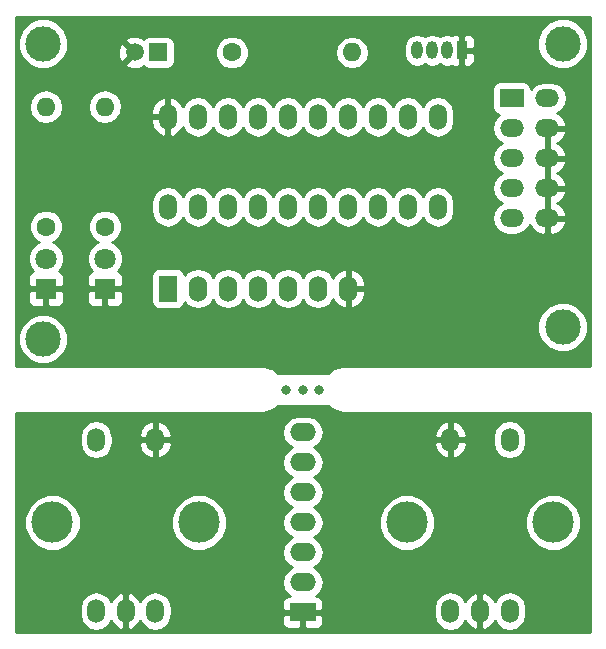
<source format=gbl>
%TF.GenerationSoftware,KiCad,Pcbnew,(2017-10-06 revision 4905bbe50)-master*%
%TF.CreationDate,2017-10-08T22:06:01+03:00*%
%TF.ProjectId,dps5005control,64707335303035636F6E74726F6C2E6B,rev?*%
%TF.SameCoordinates,Original*%
%TF.FileFunction,Copper,L2,Bot,Signal*%
%TF.FilePolarity,Positive*%
%FSLAX46Y46*%
G04 Gerber Fmt 4.6, Leading zero omitted, Abs format (unit mm)*
G04 Created by KiCad (PCBNEW (2017-10-06 revision 4905bbe50)-master) date Sun Oct  8 22:06:01 2017*
%MOMM*%
%LPD*%
G01*
G04 APERTURE LIST*
%TA.AperFunction,ComponentPad*%
%ADD10O,1.501140X2.199640*%
%TD*%
%TA.AperFunction,ComponentPad*%
%ADD11R,0.949960X1.498600*%
%TD*%
%TA.AperFunction,ComponentPad*%
%ADD12O,0.949960X1.498600*%
%TD*%
%TA.AperFunction,ComponentPad*%
%ADD13O,1.998980X1.524000*%
%TD*%
%TA.AperFunction,ComponentPad*%
%ADD14R,1.998980X1.524000*%
%TD*%
%TA.AperFunction,ComponentPad*%
%ADD15C,1.500000*%
%TD*%
%TA.AperFunction,ComponentPad*%
%ADD16R,1.500000X1.500000*%
%TD*%
%TA.AperFunction,ComponentPad*%
%ADD17O,1.600000X1.600000*%
%TD*%
%TA.AperFunction,ComponentPad*%
%ADD18C,1.600000*%
%TD*%
%TA.AperFunction,ComponentPad*%
%ADD19C,1.800000*%
%TD*%
%TA.AperFunction,ComponentPad*%
%ADD20R,1.800000X1.800000*%
%TD*%
%TA.AperFunction,ComponentPad*%
%ADD21C,3.000000*%
%TD*%
%TA.AperFunction,ComponentPad*%
%ADD22C,0.800000*%
%TD*%
%TA.AperFunction,ComponentPad*%
%ADD23O,1.501140X1.998980*%
%TD*%
%TA.AperFunction,ComponentPad*%
%ADD24C,3.500120*%
%TD*%
%TA.AperFunction,ComponentPad*%
%ADD25R,1.524000X2.199640*%
%TD*%
%TA.AperFunction,ComponentPad*%
%ADD26O,1.524000X2.199640*%
%TD*%
%TA.AperFunction,ComponentPad*%
%ADD27R,2.199640X1.524000*%
%TD*%
%TA.AperFunction,ComponentPad*%
%ADD28O,2.199640X1.524000*%
%TD*%
%TA.AperFunction,Conductor*%
%ADD29C,0.254000*%
%TD*%
G04 APERTURE END LIST*
D10*
%TO.P,U2,1*%
%TO.N,/RST*%
X188830000Y-73340000D03*
%TO.P,U2,2*%
%TO.N,/Rx*%
X186290000Y-73340000D03*
%TO.P,U2,3*%
%TO.N,/Tx*%
X183750000Y-73340000D03*
%TO.P,U2,4*%
%TO.N,Net-(U2-Pad4)*%
X181210000Y-73340000D03*
%TO.P,U2,5*%
%TO.N,Net-(U2-Pad5)*%
X178670000Y-73340000D03*
%TO.P,U2,6*%
%TO.N,Net-(U2-Pad6)*%
X176130000Y-73340000D03*
%TO.P,U2,7*%
%TO.N,/CC_MODE*%
X173590000Y-73340000D03*
%TO.P,U2,8*%
%TO.N,Net-(U2-Pad8)*%
X171050000Y-73340000D03*
%TO.P,U2,9*%
%TO.N,Net-(U2-Pad9)*%
X168510000Y-73340000D03*
%TO.P,U2,10*%
%TO.N,GND*%
X165970000Y-73340000D03*
%TO.P,U2,11*%
%TO.N,/ENC1_SW*%
X165970000Y-80960000D03*
%TO.P,U2,12*%
%TO.N,/ENC1_A*%
X168510000Y-80960000D03*
%TO.P,U2,13*%
%TO.N,/ENC1_B*%
X171050000Y-80960000D03*
%TO.P,U2,14*%
%TO.N,/ENC2_SW*%
X173590000Y-80960000D03*
%TO.P,U2,15*%
%TO.N,/ENC2_A*%
X176130000Y-80960000D03*
%TO.P,U2,16*%
%TO.N,/ENC2_B*%
X178670000Y-80960000D03*
%TO.P,U2,17*%
%TO.N,/MOSI*%
X181210000Y-80960000D03*
%TO.P,U2,18*%
%TO.N,/MISO*%
X183750000Y-80960000D03*
%TO.P,U2,19*%
%TO.N,/SCK*%
X186290000Y-80960000D03*
%TO.P,U2,20*%
%TO.N,+3.3V*%
X188830000Y-80960000D03*
%TD*%
D11*
%TO.P,P2,1*%
%TO.N,GND*%
X190850520Y-67706000D03*
D12*
%TO.P,P2,2*%
%TO.N,/Rx*%
X189600840Y-67706000D03*
%TO.P,P2,3*%
%TO.N,/Tx*%
X188351160Y-67706000D03*
%TO.P,P2,4*%
%TO.N,+3.3V*%
X187101480Y-67706000D03*
%TD*%
D13*
%TO.P,P3,10*%
%TO.N,GND*%
X198114920Y-81915000D03*
%TO.P,P3,9*%
%TO.N,/MISO*%
X195077080Y-81915000D03*
%TO.P,P3,8*%
%TO.N,GND*%
X198114920Y-79375000D03*
%TO.P,P3,7*%
%TO.N,/SCK*%
X195077080Y-79375000D03*
%TO.P,P3,6*%
%TO.N,GND*%
X198114920Y-76835000D03*
%TO.P,P3,5*%
%TO.N,/RST*%
X195077080Y-76835000D03*
%TO.P,P3,4*%
%TO.N,GND*%
X198114920Y-74295000D03*
%TO.P,P3,3*%
%TO.N,Net-(P3-Pad3)*%
X195077080Y-74295000D03*
%TO.P,P3,2*%
%TO.N,+3.3V*%
X198114920Y-71755000D03*
D14*
%TO.P,P3,1*%
%TO.N,/MOSI*%
X195077080Y-71755000D03*
%TD*%
D15*
%TO.P,C1,2*%
%TO.N,GND*%
X163150000Y-67900000D03*
D16*
%TO.P,C1,1*%
%TO.N,+3.3V*%
X165150000Y-67900000D03*
%TD*%
D17*
%TO.P,R1,2*%
%TO.N,/RST*%
X181560000Y-67900000D03*
D18*
%TO.P,R1,1*%
%TO.N,+3.3V*%
X171400000Y-67900000D03*
%TD*%
D19*
%TO.P,D1,2*%
%TO.N,Net-(D1-Pad2)*%
X160650000Y-85360000D03*
D20*
%TO.P,D1,1*%
%TO.N,GND*%
X160650000Y-87900000D03*
%TD*%
D21*
%TO.P,REF\002A\002A,1*%
%TO.N,N/C*%
X155400000Y-92150000D03*
%TD*%
%TO.P,REF\002A\002A,1*%
%TO.N,N/C*%
X199400000Y-91150000D03*
%TD*%
%TO.P,REF\002A\002A,1*%
%TO.N,N/C*%
X199400000Y-67150000D03*
%TD*%
D22*
%TO.P,REF\002A\002A,1*%
%TO.N,N/C*%
X176000000Y-96450000D03*
%TD*%
%TO.P,REF\002A\002A,1*%
%TO.N,N/C*%
X177400000Y-96450000D03*
%TD*%
%TO.P,REF\002A\002A,1*%
%TO.N,N/C*%
X178800000Y-96450000D03*
%TD*%
D23*
%TO.P,ENC1,4*%
%TO.N,/GND*%
X164899360Y-100692560D03*
%TO.P,ENC1,5*%
%TO.N,/_ENC1_SW*%
X159900640Y-100692560D03*
D24*
%TO.P,ENC1,*%
%TO.N,*%
X168600140Y-107692800D03*
X156199860Y-107692800D03*
D23*
%TO.P,ENC1,3*%
%TO.N,/_ENC1_B*%
X164899360Y-115193420D03*
%TO.P,ENC1,2*%
%TO.N,/GND*%
X162400000Y-115193420D03*
%TO.P,ENC1,1*%
%TO.N,/_ENC1_A*%
X159900640Y-115193420D03*
%TD*%
D25*
%TO.P,P4,1*%
%TO.N,/ENC1_SW*%
X165989000Y-87884000D03*
D26*
%TO.P,P4,2*%
%TO.N,/ENC1_A*%
X168529000Y-87884000D03*
%TO.P,P4,3*%
%TO.N,/ENC1_B*%
X171069000Y-87884000D03*
%TO.P,P4,4*%
%TO.N,/ENC2_SW*%
X173609000Y-87884000D03*
%TO.P,P4,5*%
%TO.N,/ENC2_A*%
X176149000Y-87884000D03*
%TO.P,P4,6*%
%TO.N,/ENC2_B*%
X178689000Y-87884000D03*
%TO.P,P4,7*%
%TO.N,GND*%
X181229000Y-87884000D03*
%TD*%
D17*
%TO.P,R3,2*%
%TO.N,+3.3V*%
X155650000Y-72490000D03*
D18*
%TO.P,R3,1*%
%TO.N,Net-(D2-Pad2)*%
X155650000Y-82650000D03*
%TD*%
D21*
%TO.P,REF\002A\002A,1*%
%TO.N,N/C*%
X155400000Y-67150000D03*
%TD*%
D18*
%TO.P,R2,1*%
%TO.N,Net-(D1-Pad2)*%
X160650000Y-82650000D03*
D17*
%TO.P,R2,2*%
%TO.N,/CC_MODE*%
X160650000Y-72490000D03*
%TD*%
D19*
%TO.P,D2,2*%
%TO.N,Net-(D2-Pad2)*%
X155650000Y-85360000D03*
D20*
%TO.P,D2,1*%
%TO.N,GND*%
X155650000Y-87900000D03*
%TD*%
D23*
%TO.P,ENC2,1*%
%TO.N,/_ENC2_B*%
X189900640Y-115193420D03*
%TO.P,ENC2,2*%
%TO.N,/GND*%
X192400000Y-115193420D03*
%TO.P,ENC2,3*%
%TO.N,/_ENC2_A*%
X194899360Y-115193420D03*
D24*
%TO.P,ENC2,*%
%TO.N,*%
X186199860Y-107692800D03*
X198600140Y-107692800D03*
D23*
%TO.P,ENC2,5*%
%TO.N,/GND*%
X189900640Y-100692560D03*
%TO.P,ENC2,4*%
%TO.N,/_ENC2_SW*%
X194899360Y-100692560D03*
%TD*%
D27*
%TO.P,P1,1*%
%TO.N,/GND*%
X177400000Y-115312800D03*
D28*
%TO.P,P1,2*%
%TO.N,/_ENC2_B*%
X177400000Y-112772800D03*
%TO.P,P1,3*%
%TO.N,/_ENC2_A*%
X177400000Y-110232800D03*
%TO.P,P1,4*%
%TO.N,/_ENC2_SW*%
X177400000Y-107692800D03*
%TO.P,P1,5*%
%TO.N,/_ENC1_B*%
X177400000Y-105152800D03*
%TO.P,P1,6*%
%TO.N,/_ENC1_A*%
X177400000Y-102612800D03*
%TO.P,P1,7*%
%TO.N,/_ENC1_SW*%
X177400000Y-100072800D03*
%TD*%
D29*
%TO.N,/GND*%
G36*
X179606320Y-97906770D02*
X180018337Y-98182071D01*
X180146308Y-98235078D01*
X180274278Y-98288085D01*
X180760285Y-98384757D01*
X180830213Y-98384757D01*
X180898800Y-98398400D01*
X201702600Y-98398400D01*
X201702600Y-116968200D01*
X153110000Y-116968200D01*
X153110000Y-114912478D01*
X158515070Y-114912478D01*
X158515070Y-115474362D01*
X158620540Y-116004597D01*
X158920894Y-116454108D01*
X159370405Y-116754462D01*
X159900640Y-116859932D01*
X160430875Y-116754462D01*
X160880386Y-116454108D01*
X161147277Y-116054677D01*
X161150159Y-116065253D01*
X161483676Y-116496130D01*
X161956695Y-116766577D01*
X162058725Y-116785223D01*
X162273000Y-116662569D01*
X162273000Y-115320420D01*
X162253000Y-115320420D01*
X162253000Y-115066420D01*
X162273000Y-115066420D01*
X162273000Y-113724271D01*
X162527000Y-113724271D01*
X162527000Y-115066420D01*
X162547000Y-115066420D01*
X162547000Y-115320420D01*
X162527000Y-115320420D01*
X162527000Y-116662569D01*
X162741275Y-116785223D01*
X162843305Y-116766577D01*
X163316324Y-116496130D01*
X163649841Y-116065253D01*
X163652723Y-116054677D01*
X163919614Y-116454108D01*
X164369125Y-116754462D01*
X164899360Y-116859932D01*
X165429595Y-116754462D01*
X165879106Y-116454108D01*
X166179460Y-116004597D01*
X166260227Y-115598550D01*
X175665180Y-115598550D01*
X175665180Y-116201109D01*
X175761853Y-116434498D01*
X175940481Y-116613127D01*
X176173870Y-116709800D01*
X177114250Y-116709800D01*
X177273000Y-116551050D01*
X177273000Y-115439800D01*
X177527000Y-115439800D01*
X177527000Y-116551050D01*
X177685750Y-116709800D01*
X178626130Y-116709800D01*
X178859519Y-116613127D01*
X179038147Y-116434498D01*
X179134820Y-116201109D01*
X179134820Y-115598550D01*
X178976070Y-115439800D01*
X177527000Y-115439800D01*
X177273000Y-115439800D01*
X175823930Y-115439800D01*
X175665180Y-115598550D01*
X166260227Y-115598550D01*
X166284930Y-115474362D01*
X166284930Y-114912478D01*
X166179460Y-114382243D01*
X165879106Y-113932732D01*
X165429595Y-113632378D01*
X164899360Y-113526908D01*
X164369125Y-113632378D01*
X163919614Y-113932732D01*
X163652723Y-114332163D01*
X163649841Y-114321587D01*
X163316324Y-113890710D01*
X162843305Y-113620263D01*
X162741275Y-113601617D01*
X162527000Y-113724271D01*
X162273000Y-113724271D01*
X162058725Y-113601617D01*
X161956695Y-113620263D01*
X161483676Y-113890710D01*
X161150159Y-114321587D01*
X161147277Y-114332163D01*
X160880386Y-113932732D01*
X160430875Y-113632378D01*
X159900640Y-113526908D01*
X159370405Y-113632378D01*
X158920894Y-113932732D01*
X158620540Y-114382243D01*
X158515070Y-114912478D01*
X153110000Y-114912478D01*
X153110000Y-108165136D01*
X153814387Y-108165136D01*
X154176726Y-109042063D01*
X154847068Y-109713576D01*
X155723361Y-110077445D01*
X156672196Y-110078273D01*
X157549123Y-109715934D01*
X158220636Y-109045592D01*
X158584505Y-108169299D01*
X158584508Y-108165136D01*
X166214667Y-108165136D01*
X166577006Y-109042063D01*
X167247348Y-109713576D01*
X168123641Y-110077445D01*
X169072476Y-110078273D01*
X169949403Y-109715934D01*
X170620916Y-109045592D01*
X170984785Y-108169299D01*
X170985613Y-107220464D01*
X170623274Y-106343537D01*
X169952932Y-105672024D01*
X169076639Y-105308155D01*
X168127804Y-105307327D01*
X167250877Y-105669666D01*
X166579364Y-106340008D01*
X166215495Y-107216301D01*
X166214667Y-108165136D01*
X158584508Y-108165136D01*
X158585333Y-107220464D01*
X158222994Y-106343537D01*
X157552652Y-105672024D01*
X156676359Y-105308155D01*
X155727524Y-105307327D01*
X154850597Y-105669666D01*
X154179084Y-106340008D01*
X153815215Y-107216301D01*
X153814387Y-108165136D01*
X153110000Y-108165136D01*
X153110000Y-100411618D01*
X158515070Y-100411618D01*
X158515070Y-100973502D01*
X158620540Y-101503737D01*
X158920894Y-101953248D01*
X159370405Y-102253602D01*
X159900640Y-102359072D01*
X160430875Y-102253602D01*
X160880386Y-101953248D01*
X161180740Y-101503737D01*
X161273244Y-101038683D01*
X163506279Y-101038683D01*
X163649519Y-101564393D01*
X163983036Y-101995270D01*
X164456055Y-102265717D01*
X164558085Y-102284363D01*
X164772360Y-102161709D01*
X164772360Y-100819560D01*
X165026360Y-100819560D01*
X165026360Y-102161709D01*
X165240635Y-102284363D01*
X165342665Y-102265717D01*
X165815684Y-101995270D01*
X166149201Y-101564393D01*
X166292441Y-101038683D01*
X166131746Y-100819560D01*
X165026360Y-100819560D01*
X164772360Y-100819560D01*
X163666974Y-100819560D01*
X163506279Y-101038683D01*
X161273244Y-101038683D01*
X161286210Y-100973502D01*
X161286210Y-100411618D01*
X161273245Y-100346437D01*
X163506279Y-100346437D01*
X163666974Y-100565560D01*
X164772360Y-100565560D01*
X164772360Y-99223411D01*
X165026360Y-99223411D01*
X165026360Y-100565560D01*
X166131746Y-100565560D01*
X166292441Y-100346437D01*
X166217884Y-100072800D01*
X175631193Y-100072800D01*
X175737533Y-100607409D01*
X176040365Y-101060628D01*
X176462664Y-101342800D01*
X176040365Y-101624972D01*
X175737533Y-102078191D01*
X175631193Y-102612800D01*
X175737533Y-103147409D01*
X176040365Y-103600628D01*
X176462664Y-103882800D01*
X176040365Y-104164972D01*
X175737533Y-104618191D01*
X175631193Y-105152800D01*
X175737533Y-105687409D01*
X176040365Y-106140628D01*
X176462664Y-106422800D01*
X176040365Y-106704972D01*
X175737533Y-107158191D01*
X175631193Y-107692800D01*
X175737533Y-108227409D01*
X176040365Y-108680628D01*
X176462664Y-108962800D01*
X176040365Y-109244972D01*
X175737533Y-109698191D01*
X175631193Y-110232800D01*
X175737533Y-110767409D01*
X176040365Y-111220628D01*
X176462664Y-111502800D01*
X176040365Y-111784972D01*
X175737533Y-112238191D01*
X175631193Y-112772800D01*
X175737533Y-113307409D01*
X176040365Y-113760628D01*
X176272596Y-113915800D01*
X176173870Y-113915800D01*
X175940481Y-114012473D01*
X175761853Y-114191102D01*
X175665180Y-114424491D01*
X175665180Y-115027050D01*
X175823930Y-115185800D01*
X177273000Y-115185800D01*
X177273000Y-115165800D01*
X177527000Y-115165800D01*
X177527000Y-115185800D01*
X178976070Y-115185800D01*
X179134820Y-115027050D01*
X179134820Y-114912478D01*
X188515070Y-114912478D01*
X188515070Y-115474362D01*
X188620540Y-116004597D01*
X188920894Y-116454108D01*
X189370405Y-116754462D01*
X189900640Y-116859932D01*
X190430875Y-116754462D01*
X190880386Y-116454108D01*
X191147277Y-116054677D01*
X191150159Y-116065253D01*
X191483676Y-116496130D01*
X191956695Y-116766577D01*
X192058725Y-116785223D01*
X192273000Y-116662569D01*
X192273000Y-115320420D01*
X192253000Y-115320420D01*
X192253000Y-115066420D01*
X192273000Y-115066420D01*
X192273000Y-113724271D01*
X192527000Y-113724271D01*
X192527000Y-115066420D01*
X192547000Y-115066420D01*
X192547000Y-115320420D01*
X192527000Y-115320420D01*
X192527000Y-116662569D01*
X192741275Y-116785223D01*
X192843305Y-116766577D01*
X193316324Y-116496130D01*
X193649841Y-116065253D01*
X193652723Y-116054677D01*
X193919614Y-116454108D01*
X194369125Y-116754462D01*
X194899360Y-116859932D01*
X195429595Y-116754462D01*
X195879106Y-116454108D01*
X196179460Y-116004597D01*
X196284930Y-115474362D01*
X196284930Y-114912478D01*
X196179460Y-114382243D01*
X195879106Y-113932732D01*
X195429595Y-113632378D01*
X194899360Y-113526908D01*
X194369125Y-113632378D01*
X193919614Y-113932732D01*
X193652723Y-114332163D01*
X193649841Y-114321587D01*
X193316324Y-113890710D01*
X192843305Y-113620263D01*
X192741275Y-113601617D01*
X192527000Y-113724271D01*
X192273000Y-113724271D01*
X192058725Y-113601617D01*
X191956695Y-113620263D01*
X191483676Y-113890710D01*
X191150159Y-114321587D01*
X191147277Y-114332163D01*
X190880386Y-113932732D01*
X190430875Y-113632378D01*
X189900640Y-113526908D01*
X189370405Y-113632378D01*
X188920894Y-113932732D01*
X188620540Y-114382243D01*
X188515070Y-114912478D01*
X179134820Y-114912478D01*
X179134820Y-114424491D01*
X179038147Y-114191102D01*
X178859519Y-114012473D01*
X178626130Y-113915800D01*
X178527404Y-113915800D01*
X178759635Y-113760628D01*
X179062467Y-113307409D01*
X179168807Y-112772800D01*
X179062467Y-112238191D01*
X178759635Y-111784972D01*
X178337336Y-111502800D01*
X178759635Y-111220628D01*
X179062467Y-110767409D01*
X179168807Y-110232800D01*
X179062467Y-109698191D01*
X178759635Y-109244972D01*
X178337336Y-108962800D01*
X178759635Y-108680628D01*
X179062467Y-108227409D01*
X179074853Y-108165136D01*
X183814387Y-108165136D01*
X184176726Y-109042063D01*
X184847068Y-109713576D01*
X185723361Y-110077445D01*
X186672196Y-110078273D01*
X187549123Y-109715934D01*
X188220636Y-109045592D01*
X188584505Y-108169299D01*
X188584508Y-108165136D01*
X196214667Y-108165136D01*
X196577006Y-109042063D01*
X197247348Y-109713576D01*
X198123641Y-110077445D01*
X199072476Y-110078273D01*
X199949403Y-109715934D01*
X200620916Y-109045592D01*
X200984785Y-108169299D01*
X200985613Y-107220464D01*
X200623274Y-106343537D01*
X199952932Y-105672024D01*
X199076639Y-105308155D01*
X198127804Y-105307327D01*
X197250877Y-105669666D01*
X196579364Y-106340008D01*
X196215495Y-107216301D01*
X196214667Y-108165136D01*
X188584508Y-108165136D01*
X188585333Y-107220464D01*
X188222994Y-106343537D01*
X187552652Y-105672024D01*
X186676359Y-105308155D01*
X185727524Y-105307327D01*
X184850597Y-105669666D01*
X184179084Y-106340008D01*
X183815215Y-107216301D01*
X183814387Y-108165136D01*
X179074853Y-108165136D01*
X179168807Y-107692800D01*
X179062467Y-107158191D01*
X178759635Y-106704972D01*
X178337336Y-106422800D01*
X178759635Y-106140628D01*
X179062467Y-105687409D01*
X179168807Y-105152800D01*
X179062467Y-104618191D01*
X178759635Y-104164972D01*
X178337336Y-103882800D01*
X178759635Y-103600628D01*
X179062467Y-103147409D01*
X179168807Y-102612800D01*
X179062467Y-102078191D01*
X178759635Y-101624972D01*
X178337336Y-101342800D01*
X178759635Y-101060628D01*
X178774298Y-101038683D01*
X188507559Y-101038683D01*
X188650799Y-101564393D01*
X188984316Y-101995270D01*
X189457335Y-102265717D01*
X189559365Y-102284363D01*
X189773640Y-102161709D01*
X189773640Y-100819560D01*
X190027640Y-100819560D01*
X190027640Y-102161709D01*
X190241915Y-102284363D01*
X190343945Y-102265717D01*
X190816964Y-101995270D01*
X191150481Y-101564393D01*
X191293721Y-101038683D01*
X191133026Y-100819560D01*
X190027640Y-100819560D01*
X189773640Y-100819560D01*
X188668254Y-100819560D01*
X188507559Y-101038683D01*
X178774298Y-101038683D01*
X179062467Y-100607409D01*
X179114377Y-100346437D01*
X188507559Y-100346437D01*
X188668254Y-100565560D01*
X189773640Y-100565560D01*
X189773640Y-99223411D01*
X190027640Y-99223411D01*
X190027640Y-100565560D01*
X191133026Y-100565560D01*
X191245920Y-100411618D01*
X193513790Y-100411618D01*
X193513790Y-100973502D01*
X193619260Y-101503737D01*
X193919614Y-101953248D01*
X194369125Y-102253602D01*
X194899360Y-102359072D01*
X195429595Y-102253602D01*
X195879106Y-101953248D01*
X196179460Y-101503737D01*
X196284930Y-100973502D01*
X196284930Y-100411618D01*
X196179460Y-99881383D01*
X195879106Y-99431872D01*
X195429595Y-99131518D01*
X194899360Y-99026048D01*
X194369125Y-99131518D01*
X193919614Y-99431872D01*
X193619260Y-99881383D01*
X193513790Y-100411618D01*
X191245920Y-100411618D01*
X191293721Y-100346437D01*
X191150481Y-99820727D01*
X190816964Y-99389850D01*
X190343945Y-99119403D01*
X190241915Y-99100757D01*
X190027640Y-99223411D01*
X189773640Y-99223411D01*
X189559365Y-99100757D01*
X189457335Y-99119403D01*
X188984316Y-99389850D01*
X188650799Y-99820727D01*
X188507559Y-100346437D01*
X179114377Y-100346437D01*
X179168807Y-100072800D01*
X179062467Y-99538191D01*
X178759635Y-99084972D01*
X178306416Y-98782140D01*
X177771807Y-98675800D01*
X177028193Y-98675800D01*
X176493584Y-98782140D01*
X176040365Y-99084972D01*
X175737533Y-99538191D01*
X175631193Y-100072800D01*
X166217884Y-100072800D01*
X166149201Y-99820727D01*
X165815684Y-99389850D01*
X165342665Y-99119403D01*
X165240635Y-99100757D01*
X165026360Y-99223411D01*
X164772360Y-99223411D01*
X164558085Y-99100757D01*
X164456055Y-99119403D01*
X163983036Y-99389850D01*
X163649519Y-99820727D01*
X163506279Y-100346437D01*
X161273245Y-100346437D01*
X161180740Y-99881383D01*
X160880386Y-99431872D01*
X160430875Y-99131518D01*
X159900640Y-99026048D01*
X159370405Y-99131518D01*
X158920894Y-99431872D01*
X158620540Y-99881383D01*
X158515070Y-100411618D01*
X153110000Y-100411618D01*
X153110000Y-98398400D01*
X173888400Y-98398400D01*
X173956984Y-98384758D01*
X174026914Y-98384758D01*
X174512922Y-98288085D01*
X174662848Y-98225983D01*
X174768862Y-98182071D01*
X175180880Y-97906770D01*
X175267850Y-97819800D01*
X179519350Y-97819800D01*
X179606320Y-97906770D01*
X179606320Y-97906770D01*
G37*
X179606320Y-97906770D02*
X180018337Y-98182071D01*
X180146308Y-98235078D01*
X180274278Y-98288085D01*
X180760285Y-98384757D01*
X180830213Y-98384757D01*
X180898800Y-98398400D01*
X201702600Y-98398400D01*
X201702600Y-116968200D01*
X153110000Y-116968200D01*
X153110000Y-114912478D01*
X158515070Y-114912478D01*
X158515070Y-115474362D01*
X158620540Y-116004597D01*
X158920894Y-116454108D01*
X159370405Y-116754462D01*
X159900640Y-116859932D01*
X160430875Y-116754462D01*
X160880386Y-116454108D01*
X161147277Y-116054677D01*
X161150159Y-116065253D01*
X161483676Y-116496130D01*
X161956695Y-116766577D01*
X162058725Y-116785223D01*
X162273000Y-116662569D01*
X162273000Y-115320420D01*
X162253000Y-115320420D01*
X162253000Y-115066420D01*
X162273000Y-115066420D01*
X162273000Y-113724271D01*
X162527000Y-113724271D01*
X162527000Y-115066420D01*
X162547000Y-115066420D01*
X162547000Y-115320420D01*
X162527000Y-115320420D01*
X162527000Y-116662569D01*
X162741275Y-116785223D01*
X162843305Y-116766577D01*
X163316324Y-116496130D01*
X163649841Y-116065253D01*
X163652723Y-116054677D01*
X163919614Y-116454108D01*
X164369125Y-116754462D01*
X164899360Y-116859932D01*
X165429595Y-116754462D01*
X165879106Y-116454108D01*
X166179460Y-116004597D01*
X166260227Y-115598550D01*
X175665180Y-115598550D01*
X175665180Y-116201109D01*
X175761853Y-116434498D01*
X175940481Y-116613127D01*
X176173870Y-116709800D01*
X177114250Y-116709800D01*
X177273000Y-116551050D01*
X177273000Y-115439800D01*
X177527000Y-115439800D01*
X177527000Y-116551050D01*
X177685750Y-116709800D01*
X178626130Y-116709800D01*
X178859519Y-116613127D01*
X179038147Y-116434498D01*
X179134820Y-116201109D01*
X179134820Y-115598550D01*
X178976070Y-115439800D01*
X177527000Y-115439800D01*
X177273000Y-115439800D01*
X175823930Y-115439800D01*
X175665180Y-115598550D01*
X166260227Y-115598550D01*
X166284930Y-115474362D01*
X166284930Y-114912478D01*
X166179460Y-114382243D01*
X165879106Y-113932732D01*
X165429595Y-113632378D01*
X164899360Y-113526908D01*
X164369125Y-113632378D01*
X163919614Y-113932732D01*
X163652723Y-114332163D01*
X163649841Y-114321587D01*
X163316324Y-113890710D01*
X162843305Y-113620263D01*
X162741275Y-113601617D01*
X162527000Y-113724271D01*
X162273000Y-113724271D01*
X162058725Y-113601617D01*
X161956695Y-113620263D01*
X161483676Y-113890710D01*
X161150159Y-114321587D01*
X161147277Y-114332163D01*
X160880386Y-113932732D01*
X160430875Y-113632378D01*
X159900640Y-113526908D01*
X159370405Y-113632378D01*
X158920894Y-113932732D01*
X158620540Y-114382243D01*
X158515070Y-114912478D01*
X153110000Y-114912478D01*
X153110000Y-108165136D01*
X153814387Y-108165136D01*
X154176726Y-109042063D01*
X154847068Y-109713576D01*
X155723361Y-110077445D01*
X156672196Y-110078273D01*
X157549123Y-109715934D01*
X158220636Y-109045592D01*
X158584505Y-108169299D01*
X158584508Y-108165136D01*
X166214667Y-108165136D01*
X166577006Y-109042063D01*
X167247348Y-109713576D01*
X168123641Y-110077445D01*
X169072476Y-110078273D01*
X169949403Y-109715934D01*
X170620916Y-109045592D01*
X170984785Y-108169299D01*
X170985613Y-107220464D01*
X170623274Y-106343537D01*
X169952932Y-105672024D01*
X169076639Y-105308155D01*
X168127804Y-105307327D01*
X167250877Y-105669666D01*
X166579364Y-106340008D01*
X166215495Y-107216301D01*
X166214667Y-108165136D01*
X158584508Y-108165136D01*
X158585333Y-107220464D01*
X158222994Y-106343537D01*
X157552652Y-105672024D01*
X156676359Y-105308155D01*
X155727524Y-105307327D01*
X154850597Y-105669666D01*
X154179084Y-106340008D01*
X153815215Y-107216301D01*
X153814387Y-108165136D01*
X153110000Y-108165136D01*
X153110000Y-100411618D01*
X158515070Y-100411618D01*
X158515070Y-100973502D01*
X158620540Y-101503737D01*
X158920894Y-101953248D01*
X159370405Y-102253602D01*
X159900640Y-102359072D01*
X160430875Y-102253602D01*
X160880386Y-101953248D01*
X161180740Y-101503737D01*
X161273244Y-101038683D01*
X163506279Y-101038683D01*
X163649519Y-101564393D01*
X163983036Y-101995270D01*
X164456055Y-102265717D01*
X164558085Y-102284363D01*
X164772360Y-102161709D01*
X164772360Y-100819560D01*
X165026360Y-100819560D01*
X165026360Y-102161709D01*
X165240635Y-102284363D01*
X165342665Y-102265717D01*
X165815684Y-101995270D01*
X166149201Y-101564393D01*
X166292441Y-101038683D01*
X166131746Y-100819560D01*
X165026360Y-100819560D01*
X164772360Y-100819560D01*
X163666974Y-100819560D01*
X163506279Y-101038683D01*
X161273244Y-101038683D01*
X161286210Y-100973502D01*
X161286210Y-100411618D01*
X161273245Y-100346437D01*
X163506279Y-100346437D01*
X163666974Y-100565560D01*
X164772360Y-100565560D01*
X164772360Y-99223411D01*
X165026360Y-99223411D01*
X165026360Y-100565560D01*
X166131746Y-100565560D01*
X166292441Y-100346437D01*
X166217884Y-100072800D01*
X175631193Y-100072800D01*
X175737533Y-100607409D01*
X176040365Y-101060628D01*
X176462664Y-101342800D01*
X176040365Y-101624972D01*
X175737533Y-102078191D01*
X175631193Y-102612800D01*
X175737533Y-103147409D01*
X176040365Y-103600628D01*
X176462664Y-103882800D01*
X176040365Y-104164972D01*
X175737533Y-104618191D01*
X175631193Y-105152800D01*
X175737533Y-105687409D01*
X176040365Y-106140628D01*
X176462664Y-106422800D01*
X176040365Y-106704972D01*
X175737533Y-107158191D01*
X175631193Y-107692800D01*
X175737533Y-108227409D01*
X176040365Y-108680628D01*
X176462664Y-108962800D01*
X176040365Y-109244972D01*
X175737533Y-109698191D01*
X175631193Y-110232800D01*
X175737533Y-110767409D01*
X176040365Y-111220628D01*
X176462664Y-111502800D01*
X176040365Y-111784972D01*
X175737533Y-112238191D01*
X175631193Y-112772800D01*
X175737533Y-113307409D01*
X176040365Y-113760628D01*
X176272596Y-113915800D01*
X176173870Y-113915800D01*
X175940481Y-114012473D01*
X175761853Y-114191102D01*
X175665180Y-114424491D01*
X175665180Y-115027050D01*
X175823930Y-115185800D01*
X177273000Y-115185800D01*
X177273000Y-115165800D01*
X177527000Y-115165800D01*
X177527000Y-115185800D01*
X178976070Y-115185800D01*
X179134820Y-115027050D01*
X179134820Y-114912478D01*
X188515070Y-114912478D01*
X188515070Y-115474362D01*
X188620540Y-116004597D01*
X188920894Y-116454108D01*
X189370405Y-116754462D01*
X189900640Y-116859932D01*
X190430875Y-116754462D01*
X190880386Y-116454108D01*
X191147277Y-116054677D01*
X191150159Y-116065253D01*
X191483676Y-116496130D01*
X191956695Y-116766577D01*
X192058725Y-116785223D01*
X192273000Y-116662569D01*
X192273000Y-115320420D01*
X192253000Y-115320420D01*
X192253000Y-115066420D01*
X192273000Y-115066420D01*
X192273000Y-113724271D01*
X192527000Y-113724271D01*
X192527000Y-115066420D01*
X192547000Y-115066420D01*
X192547000Y-115320420D01*
X192527000Y-115320420D01*
X192527000Y-116662569D01*
X192741275Y-116785223D01*
X192843305Y-116766577D01*
X193316324Y-116496130D01*
X193649841Y-116065253D01*
X193652723Y-116054677D01*
X193919614Y-116454108D01*
X194369125Y-116754462D01*
X194899360Y-116859932D01*
X195429595Y-116754462D01*
X195879106Y-116454108D01*
X196179460Y-116004597D01*
X196284930Y-115474362D01*
X196284930Y-114912478D01*
X196179460Y-114382243D01*
X195879106Y-113932732D01*
X195429595Y-113632378D01*
X194899360Y-113526908D01*
X194369125Y-113632378D01*
X193919614Y-113932732D01*
X193652723Y-114332163D01*
X193649841Y-114321587D01*
X193316324Y-113890710D01*
X192843305Y-113620263D01*
X192741275Y-113601617D01*
X192527000Y-113724271D01*
X192273000Y-113724271D01*
X192058725Y-113601617D01*
X191956695Y-113620263D01*
X191483676Y-113890710D01*
X191150159Y-114321587D01*
X191147277Y-114332163D01*
X190880386Y-113932732D01*
X190430875Y-113632378D01*
X189900640Y-113526908D01*
X189370405Y-113632378D01*
X188920894Y-113932732D01*
X188620540Y-114382243D01*
X188515070Y-114912478D01*
X179134820Y-114912478D01*
X179134820Y-114424491D01*
X179038147Y-114191102D01*
X178859519Y-114012473D01*
X178626130Y-113915800D01*
X178527404Y-113915800D01*
X178759635Y-113760628D01*
X179062467Y-113307409D01*
X179168807Y-112772800D01*
X179062467Y-112238191D01*
X178759635Y-111784972D01*
X178337336Y-111502800D01*
X178759635Y-111220628D01*
X179062467Y-110767409D01*
X179168807Y-110232800D01*
X179062467Y-109698191D01*
X178759635Y-109244972D01*
X178337336Y-108962800D01*
X178759635Y-108680628D01*
X179062467Y-108227409D01*
X179074853Y-108165136D01*
X183814387Y-108165136D01*
X184176726Y-109042063D01*
X184847068Y-109713576D01*
X185723361Y-110077445D01*
X186672196Y-110078273D01*
X187549123Y-109715934D01*
X188220636Y-109045592D01*
X188584505Y-108169299D01*
X188584508Y-108165136D01*
X196214667Y-108165136D01*
X196577006Y-109042063D01*
X197247348Y-109713576D01*
X198123641Y-110077445D01*
X199072476Y-110078273D01*
X199949403Y-109715934D01*
X200620916Y-109045592D01*
X200984785Y-108169299D01*
X200985613Y-107220464D01*
X200623274Y-106343537D01*
X199952932Y-105672024D01*
X199076639Y-105308155D01*
X198127804Y-105307327D01*
X197250877Y-105669666D01*
X196579364Y-106340008D01*
X196215495Y-107216301D01*
X196214667Y-108165136D01*
X188584508Y-108165136D01*
X188585333Y-107220464D01*
X188222994Y-106343537D01*
X187552652Y-105672024D01*
X186676359Y-105308155D01*
X185727524Y-105307327D01*
X184850597Y-105669666D01*
X184179084Y-106340008D01*
X183815215Y-107216301D01*
X183814387Y-108165136D01*
X179074853Y-108165136D01*
X179168807Y-107692800D01*
X179062467Y-107158191D01*
X178759635Y-106704972D01*
X178337336Y-106422800D01*
X178759635Y-106140628D01*
X179062467Y-105687409D01*
X179168807Y-105152800D01*
X179062467Y-104618191D01*
X178759635Y-104164972D01*
X178337336Y-103882800D01*
X178759635Y-103600628D01*
X179062467Y-103147409D01*
X179168807Y-102612800D01*
X179062467Y-102078191D01*
X178759635Y-101624972D01*
X178337336Y-101342800D01*
X178759635Y-101060628D01*
X178774298Y-101038683D01*
X188507559Y-101038683D01*
X188650799Y-101564393D01*
X188984316Y-101995270D01*
X189457335Y-102265717D01*
X189559365Y-102284363D01*
X189773640Y-102161709D01*
X189773640Y-100819560D01*
X190027640Y-100819560D01*
X190027640Y-102161709D01*
X190241915Y-102284363D01*
X190343945Y-102265717D01*
X190816964Y-101995270D01*
X191150481Y-101564393D01*
X191293721Y-101038683D01*
X191133026Y-100819560D01*
X190027640Y-100819560D01*
X189773640Y-100819560D01*
X188668254Y-100819560D01*
X188507559Y-101038683D01*
X178774298Y-101038683D01*
X179062467Y-100607409D01*
X179114377Y-100346437D01*
X188507559Y-100346437D01*
X188668254Y-100565560D01*
X189773640Y-100565560D01*
X189773640Y-99223411D01*
X190027640Y-99223411D01*
X190027640Y-100565560D01*
X191133026Y-100565560D01*
X191245920Y-100411618D01*
X193513790Y-100411618D01*
X193513790Y-100973502D01*
X193619260Y-101503737D01*
X193919614Y-101953248D01*
X194369125Y-102253602D01*
X194899360Y-102359072D01*
X195429595Y-102253602D01*
X195879106Y-101953248D01*
X196179460Y-101503737D01*
X196284930Y-100973502D01*
X196284930Y-100411618D01*
X196179460Y-99881383D01*
X195879106Y-99431872D01*
X195429595Y-99131518D01*
X194899360Y-99026048D01*
X194369125Y-99131518D01*
X193919614Y-99431872D01*
X193619260Y-99881383D01*
X193513790Y-100411618D01*
X191245920Y-100411618D01*
X191293721Y-100346437D01*
X191150481Y-99820727D01*
X190816964Y-99389850D01*
X190343945Y-99119403D01*
X190241915Y-99100757D01*
X190027640Y-99223411D01*
X189773640Y-99223411D01*
X189559365Y-99100757D01*
X189457335Y-99119403D01*
X188984316Y-99389850D01*
X188650799Y-99820727D01*
X188507559Y-100346437D01*
X179114377Y-100346437D01*
X179168807Y-100072800D01*
X179062467Y-99538191D01*
X178759635Y-99084972D01*
X178306416Y-98782140D01*
X177771807Y-98675800D01*
X177028193Y-98675800D01*
X176493584Y-98782140D01*
X176040365Y-99084972D01*
X175737533Y-99538191D01*
X175631193Y-100072800D01*
X166217884Y-100072800D01*
X166149201Y-99820727D01*
X165815684Y-99389850D01*
X165342665Y-99119403D01*
X165240635Y-99100757D01*
X165026360Y-99223411D01*
X164772360Y-99223411D01*
X164558085Y-99100757D01*
X164456055Y-99119403D01*
X163983036Y-99389850D01*
X163649519Y-99820727D01*
X163506279Y-100346437D01*
X161273245Y-100346437D01*
X161180740Y-99881383D01*
X160880386Y-99431872D01*
X160430875Y-99131518D01*
X159900640Y-99026048D01*
X159370405Y-99131518D01*
X158920894Y-99431872D01*
X158620540Y-99881383D01*
X158515070Y-100411618D01*
X153110000Y-100411618D01*
X153110000Y-98398400D01*
X173888400Y-98398400D01*
X173956984Y-98384758D01*
X174026914Y-98384758D01*
X174512922Y-98288085D01*
X174662848Y-98225983D01*
X174768862Y-98182071D01*
X175180880Y-97906770D01*
X175267850Y-97819800D01*
X179519350Y-97819800D01*
X179606320Y-97906770D01*
%TO.N,GND*%
G36*
X201690000Y-94440000D02*
X180900000Y-94440000D01*
X180839456Y-94452043D01*
X180760285Y-94452043D01*
X180274278Y-94548715D01*
X180146308Y-94601722D01*
X180018337Y-94654729D01*
X179606320Y-94930030D01*
X179513350Y-95023000D01*
X175273850Y-95023000D01*
X175180880Y-94930030D01*
X174768862Y-94654729D01*
X174662848Y-94610817D01*
X174512922Y-94548715D01*
X174026914Y-94452042D01*
X173956984Y-94452042D01*
X173888400Y-94438400D01*
X153110000Y-94438400D01*
X153110000Y-92572815D01*
X153264630Y-92572815D01*
X153588980Y-93357800D01*
X154189041Y-93958909D01*
X154973459Y-94284628D01*
X155822815Y-94285370D01*
X156607800Y-93961020D01*
X157208909Y-93360959D01*
X157534628Y-92576541D01*
X157535370Y-91727185D01*
X157471586Y-91572815D01*
X197264630Y-91572815D01*
X197588980Y-92357800D01*
X198189041Y-92958909D01*
X198973459Y-93284628D01*
X199822815Y-93285370D01*
X200607800Y-92961020D01*
X201208909Y-92360959D01*
X201534628Y-91576541D01*
X201535370Y-90727185D01*
X201211020Y-89942200D01*
X200610959Y-89341091D01*
X199826541Y-89015372D01*
X198977185Y-89014630D01*
X198192200Y-89338980D01*
X197591091Y-89939041D01*
X197265372Y-90723459D01*
X197264630Y-91572815D01*
X157471586Y-91572815D01*
X157211020Y-90942200D01*
X156610959Y-90341091D01*
X155826541Y-90015372D01*
X154977185Y-90014630D01*
X154192200Y-90338980D01*
X153591091Y-90939041D01*
X153265372Y-91723459D01*
X153264630Y-92572815D01*
X153110000Y-92572815D01*
X153110000Y-88185750D01*
X154115000Y-88185750D01*
X154115000Y-88926309D01*
X154211673Y-89159698D01*
X154390301Y-89338327D01*
X154623690Y-89435000D01*
X155364250Y-89435000D01*
X155523000Y-89276250D01*
X155523000Y-88027000D01*
X155777000Y-88027000D01*
X155777000Y-89276250D01*
X155935750Y-89435000D01*
X156676310Y-89435000D01*
X156909699Y-89338327D01*
X157088327Y-89159698D01*
X157185000Y-88926309D01*
X157185000Y-88185750D01*
X159115000Y-88185750D01*
X159115000Y-88926309D01*
X159211673Y-89159698D01*
X159390301Y-89338327D01*
X159623690Y-89435000D01*
X160364250Y-89435000D01*
X160523000Y-89276250D01*
X160523000Y-88027000D01*
X160777000Y-88027000D01*
X160777000Y-89276250D01*
X160935750Y-89435000D01*
X161676310Y-89435000D01*
X161909699Y-89338327D01*
X162088327Y-89159698D01*
X162185000Y-88926309D01*
X162185000Y-88185750D01*
X162026250Y-88027000D01*
X160777000Y-88027000D01*
X160523000Y-88027000D01*
X159273750Y-88027000D01*
X159115000Y-88185750D01*
X157185000Y-88185750D01*
X157026250Y-88027000D01*
X155777000Y-88027000D01*
X155523000Y-88027000D01*
X154273750Y-88027000D01*
X154115000Y-88185750D01*
X153110000Y-88185750D01*
X153110000Y-85663991D01*
X154114735Y-85663991D01*
X154347932Y-86228371D01*
X154525092Y-86405841D01*
X154390301Y-86461673D01*
X154211673Y-86640302D01*
X154115000Y-86873691D01*
X154115000Y-87614250D01*
X154273750Y-87773000D01*
X155523000Y-87773000D01*
X155523000Y-87753000D01*
X155777000Y-87753000D01*
X155777000Y-87773000D01*
X157026250Y-87773000D01*
X157185000Y-87614250D01*
X157185000Y-86873691D01*
X157088327Y-86640302D01*
X156909699Y-86461673D01*
X156775006Y-86405881D01*
X156950551Y-86230643D01*
X157184733Y-85666670D01*
X157184735Y-85663991D01*
X159114735Y-85663991D01*
X159347932Y-86228371D01*
X159525092Y-86405841D01*
X159390301Y-86461673D01*
X159211673Y-86640302D01*
X159115000Y-86873691D01*
X159115000Y-87614250D01*
X159273750Y-87773000D01*
X160523000Y-87773000D01*
X160523000Y-87753000D01*
X160777000Y-87753000D01*
X160777000Y-87773000D01*
X162026250Y-87773000D01*
X162185000Y-87614250D01*
X162185000Y-86873691D01*
X162147924Y-86784180D01*
X164579560Y-86784180D01*
X164579560Y-88983820D01*
X164628843Y-89231585D01*
X164769191Y-89441629D01*
X164979235Y-89581977D01*
X165227000Y-89631260D01*
X166751000Y-89631260D01*
X166998765Y-89581977D01*
X167208809Y-89441629D01*
X167349157Y-89231585D01*
X167391358Y-89019423D01*
X167541172Y-89243635D01*
X167994391Y-89546467D01*
X168529000Y-89652807D01*
X169063609Y-89546467D01*
X169516828Y-89243635D01*
X169799000Y-88821336D01*
X170081172Y-89243635D01*
X170534391Y-89546467D01*
X171069000Y-89652807D01*
X171603609Y-89546467D01*
X172056828Y-89243635D01*
X172339000Y-88821336D01*
X172621172Y-89243635D01*
X173074391Y-89546467D01*
X173609000Y-89652807D01*
X174143609Y-89546467D01*
X174596828Y-89243635D01*
X174879000Y-88821336D01*
X175161172Y-89243635D01*
X175614391Y-89546467D01*
X176149000Y-89652807D01*
X176683609Y-89546467D01*
X177136828Y-89243635D01*
X177419000Y-88821336D01*
X177701172Y-89243635D01*
X178154391Y-89546467D01*
X178689000Y-89652807D01*
X179223609Y-89546467D01*
X179676828Y-89243635D01*
X179967647Y-88808394D01*
X179986941Y-88873761D01*
X180330974Y-89299450D01*
X180811723Y-89561080D01*
X180885930Y-89576040D01*
X181102000Y-89453540D01*
X181102000Y-88011000D01*
X181356000Y-88011000D01*
X181356000Y-89453540D01*
X181572070Y-89576040D01*
X181646277Y-89561080D01*
X182127026Y-89299450D01*
X182471059Y-88873761D01*
X182626000Y-88348820D01*
X182626000Y-88011000D01*
X181356000Y-88011000D01*
X181102000Y-88011000D01*
X181082000Y-88011000D01*
X181082000Y-87757000D01*
X181102000Y-87757000D01*
X181102000Y-86314460D01*
X181356000Y-86314460D01*
X181356000Y-87757000D01*
X182626000Y-87757000D01*
X182626000Y-87419180D01*
X182471059Y-86894239D01*
X182127026Y-86468550D01*
X181646277Y-86206920D01*
X181572070Y-86191960D01*
X181356000Y-86314460D01*
X181102000Y-86314460D01*
X180885930Y-86191960D01*
X180811723Y-86206920D01*
X180330974Y-86468550D01*
X179986941Y-86894239D01*
X179967647Y-86959606D01*
X179676828Y-86524365D01*
X179223609Y-86221533D01*
X178689000Y-86115193D01*
X178154391Y-86221533D01*
X177701172Y-86524365D01*
X177419000Y-86946664D01*
X177136828Y-86524365D01*
X176683609Y-86221533D01*
X176149000Y-86115193D01*
X175614391Y-86221533D01*
X175161172Y-86524365D01*
X174879000Y-86946664D01*
X174596828Y-86524365D01*
X174143609Y-86221533D01*
X173609000Y-86115193D01*
X173074391Y-86221533D01*
X172621172Y-86524365D01*
X172339000Y-86946664D01*
X172056828Y-86524365D01*
X171603609Y-86221533D01*
X171069000Y-86115193D01*
X170534391Y-86221533D01*
X170081172Y-86524365D01*
X169799000Y-86946664D01*
X169516828Y-86524365D01*
X169063609Y-86221533D01*
X168529000Y-86115193D01*
X167994391Y-86221533D01*
X167541172Y-86524365D01*
X167391358Y-86748577D01*
X167349157Y-86536415D01*
X167208809Y-86326371D01*
X166998765Y-86186023D01*
X166751000Y-86136740D01*
X165227000Y-86136740D01*
X164979235Y-86186023D01*
X164769191Y-86326371D01*
X164628843Y-86536415D01*
X164579560Y-86784180D01*
X162147924Y-86784180D01*
X162088327Y-86640302D01*
X161909699Y-86461673D01*
X161775006Y-86405881D01*
X161950551Y-86230643D01*
X162184733Y-85666670D01*
X162185265Y-85056009D01*
X161952068Y-84491629D01*
X161520643Y-84059449D01*
X161259281Y-83950922D01*
X161461800Y-83867243D01*
X161865824Y-83463923D01*
X162084750Y-82936691D01*
X162085248Y-82365813D01*
X161867243Y-81838200D01*
X161463923Y-81434176D01*
X160936691Y-81215250D01*
X160365813Y-81214752D01*
X159838200Y-81432757D01*
X159434176Y-81836077D01*
X159215250Y-82363309D01*
X159214752Y-82934187D01*
X159432757Y-83461800D01*
X159836077Y-83865824D01*
X160040815Y-83950839D01*
X159781629Y-84057932D01*
X159349449Y-84489357D01*
X159115267Y-85053330D01*
X159114735Y-85663991D01*
X157184735Y-85663991D01*
X157185265Y-85056009D01*
X156952068Y-84491629D01*
X156520643Y-84059449D01*
X156259281Y-83950922D01*
X156461800Y-83867243D01*
X156865824Y-83463923D01*
X157084750Y-82936691D01*
X157085248Y-82365813D01*
X156867243Y-81838200D01*
X156463923Y-81434176D01*
X155936691Y-81215250D01*
X155365813Y-81214752D01*
X154838200Y-81432757D01*
X154434176Y-81836077D01*
X154215250Y-82363309D01*
X154214752Y-82934187D01*
X154432757Y-83461800D01*
X154836077Y-83865824D01*
X155040815Y-83950839D01*
X154781629Y-84057932D01*
X154349449Y-84489357D01*
X154115267Y-85053330D01*
X154114735Y-85663991D01*
X153110000Y-85663991D01*
X153110000Y-80576763D01*
X164584430Y-80576763D01*
X164584430Y-81343237D01*
X164689900Y-81873472D01*
X164990254Y-82322983D01*
X165439765Y-82623337D01*
X165970000Y-82728807D01*
X166500235Y-82623337D01*
X166949746Y-82322983D01*
X167240000Y-81888588D01*
X167530254Y-82322983D01*
X167979765Y-82623337D01*
X168510000Y-82728807D01*
X169040235Y-82623337D01*
X169489746Y-82322983D01*
X169780000Y-81888588D01*
X170070254Y-82322983D01*
X170519765Y-82623337D01*
X171050000Y-82728807D01*
X171580235Y-82623337D01*
X172029746Y-82322983D01*
X172320000Y-81888588D01*
X172610254Y-82322983D01*
X173059765Y-82623337D01*
X173590000Y-82728807D01*
X174120235Y-82623337D01*
X174569746Y-82322983D01*
X174860000Y-81888588D01*
X175150254Y-82322983D01*
X175599765Y-82623337D01*
X176130000Y-82728807D01*
X176660235Y-82623337D01*
X177109746Y-82322983D01*
X177400000Y-81888588D01*
X177690254Y-82322983D01*
X178139765Y-82623337D01*
X178670000Y-82728807D01*
X179200235Y-82623337D01*
X179649746Y-82322983D01*
X179940000Y-81888588D01*
X180230254Y-82322983D01*
X180679765Y-82623337D01*
X181210000Y-82728807D01*
X181740235Y-82623337D01*
X182189746Y-82322983D01*
X182480000Y-81888588D01*
X182770254Y-82322983D01*
X183219765Y-82623337D01*
X183750000Y-82728807D01*
X184280235Y-82623337D01*
X184729746Y-82322983D01*
X185020000Y-81888588D01*
X185310254Y-82322983D01*
X185759765Y-82623337D01*
X186290000Y-82728807D01*
X186820235Y-82623337D01*
X187269746Y-82322983D01*
X187560000Y-81888588D01*
X187850254Y-82322983D01*
X188299765Y-82623337D01*
X188830000Y-82728807D01*
X189360235Y-82623337D01*
X189809746Y-82322983D01*
X190110100Y-81873472D01*
X190215570Y-81343237D01*
X190215570Y-80576763D01*
X190110100Y-80046528D01*
X189809746Y-79597017D01*
X189360235Y-79296663D01*
X188830000Y-79191193D01*
X188299765Y-79296663D01*
X187850254Y-79597017D01*
X187560000Y-80031412D01*
X187269746Y-79597017D01*
X186820235Y-79296663D01*
X186290000Y-79191193D01*
X185759765Y-79296663D01*
X185310254Y-79597017D01*
X185020000Y-80031412D01*
X184729746Y-79597017D01*
X184280235Y-79296663D01*
X183750000Y-79191193D01*
X183219765Y-79296663D01*
X182770254Y-79597017D01*
X182480000Y-80031412D01*
X182189746Y-79597017D01*
X181740235Y-79296663D01*
X181210000Y-79191193D01*
X180679765Y-79296663D01*
X180230254Y-79597017D01*
X179940000Y-80031412D01*
X179649746Y-79597017D01*
X179200235Y-79296663D01*
X178670000Y-79191193D01*
X178139765Y-79296663D01*
X177690254Y-79597017D01*
X177400000Y-80031412D01*
X177109746Y-79597017D01*
X176660235Y-79296663D01*
X176130000Y-79191193D01*
X175599765Y-79296663D01*
X175150254Y-79597017D01*
X174860000Y-80031412D01*
X174569746Y-79597017D01*
X174120235Y-79296663D01*
X173590000Y-79191193D01*
X173059765Y-79296663D01*
X172610254Y-79597017D01*
X172320000Y-80031412D01*
X172029746Y-79597017D01*
X171580235Y-79296663D01*
X171050000Y-79191193D01*
X170519765Y-79296663D01*
X170070254Y-79597017D01*
X169780000Y-80031412D01*
X169489746Y-79597017D01*
X169040235Y-79296663D01*
X168510000Y-79191193D01*
X167979765Y-79296663D01*
X167530254Y-79597017D01*
X167240000Y-80031412D01*
X166949746Y-79597017D01*
X166500235Y-79296663D01*
X165970000Y-79191193D01*
X165439765Y-79296663D01*
X164990254Y-79597017D01*
X164689900Y-80046528D01*
X164584430Y-80576763D01*
X153110000Y-80576763D01*
X153110000Y-72461887D01*
X154215000Y-72461887D01*
X154215000Y-72518113D01*
X154324233Y-73067264D01*
X154635302Y-73532811D01*
X155100849Y-73843880D01*
X155650000Y-73953113D01*
X156199151Y-73843880D01*
X156664698Y-73532811D01*
X156975767Y-73067264D01*
X157085000Y-72518113D01*
X157085000Y-72461887D01*
X159215000Y-72461887D01*
X159215000Y-72518113D01*
X159324233Y-73067264D01*
X159635302Y-73532811D01*
X160100849Y-73843880D01*
X160650000Y-73953113D01*
X161199151Y-73843880D01*
X161664698Y-73532811D01*
X161708671Y-73467000D01*
X164584430Y-73467000D01*
X164584430Y-73816250D01*
X164738501Y-74336817D01*
X165080056Y-74758798D01*
X165557097Y-75017950D01*
X165628725Y-75032133D01*
X165843000Y-74909479D01*
X165843000Y-73467000D01*
X164584430Y-73467000D01*
X161708671Y-73467000D01*
X161975767Y-73067264D01*
X162016248Y-72863750D01*
X164584430Y-72863750D01*
X164584430Y-73213000D01*
X165843000Y-73213000D01*
X165843000Y-71770521D01*
X166097000Y-71770521D01*
X166097000Y-73213000D01*
X166117000Y-73213000D01*
X166117000Y-73467000D01*
X166097000Y-73467000D01*
X166097000Y-74909479D01*
X166311275Y-75032133D01*
X166382903Y-75017950D01*
X166859944Y-74758798D01*
X167201499Y-74336817D01*
X167228399Y-74245928D01*
X167229900Y-74253472D01*
X167530254Y-74702983D01*
X167979765Y-75003337D01*
X168510000Y-75108807D01*
X169040235Y-75003337D01*
X169489746Y-74702983D01*
X169780000Y-74268588D01*
X170070254Y-74702983D01*
X170519765Y-75003337D01*
X171050000Y-75108807D01*
X171580235Y-75003337D01*
X172029746Y-74702983D01*
X172320000Y-74268588D01*
X172610254Y-74702983D01*
X173059765Y-75003337D01*
X173590000Y-75108807D01*
X174120235Y-75003337D01*
X174569746Y-74702983D01*
X174860000Y-74268588D01*
X175150254Y-74702983D01*
X175599765Y-75003337D01*
X176130000Y-75108807D01*
X176660235Y-75003337D01*
X177109746Y-74702983D01*
X177400000Y-74268588D01*
X177690254Y-74702983D01*
X178139765Y-75003337D01*
X178670000Y-75108807D01*
X179200235Y-75003337D01*
X179649746Y-74702983D01*
X179940000Y-74268588D01*
X180230254Y-74702983D01*
X180679765Y-75003337D01*
X181210000Y-75108807D01*
X181740235Y-75003337D01*
X182189746Y-74702983D01*
X182480000Y-74268588D01*
X182770254Y-74702983D01*
X183219765Y-75003337D01*
X183750000Y-75108807D01*
X184280235Y-75003337D01*
X184729746Y-74702983D01*
X185020000Y-74268588D01*
X185310254Y-74702983D01*
X185759765Y-75003337D01*
X186290000Y-75108807D01*
X186820235Y-75003337D01*
X187269746Y-74702983D01*
X187560000Y-74268588D01*
X187850254Y-74702983D01*
X188299765Y-75003337D01*
X188830000Y-75108807D01*
X189360235Y-75003337D01*
X189809746Y-74702983D01*
X190082351Y-74295000D01*
X193410568Y-74295000D01*
X193516908Y-74829609D01*
X193819740Y-75282828D01*
X194242039Y-75565000D01*
X193819740Y-75847172D01*
X193516908Y-76300391D01*
X193410568Y-76835000D01*
X193516908Y-77369609D01*
X193819740Y-77822828D01*
X194242039Y-78105000D01*
X193819740Y-78387172D01*
X193516908Y-78840391D01*
X193410568Y-79375000D01*
X193516908Y-79909609D01*
X193819740Y-80362828D01*
X194242039Y-80645000D01*
X193819740Y-80927172D01*
X193516908Y-81380391D01*
X193410568Y-81915000D01*
X193516908Y-82449609D01*
X193819740Y-82902828D01*
X194272959Y-83205660D01*
X194807568Y-83312000D01*
X195346592Y-83312000D01*
X195881201Y-83205660D01*
X196334420Y-82902828D01*
X196614762Y-82483267D01*
X196808130Y-82828465D01*
X197239093Y-83168135D01*
X197767238Y-83317027D01*
X197987920Y-83158254D01*
X197987920Y-82042000D01*
X198241920Y-82042000D01*
X198241920Y-83158254D01*
X198462602Y-83317027D01*
X198990747Y-83168135D01*
X199421710Y-82828465D01*
X199689882Y-82349728D01*
X199706630Y-82258070D01*
X199584130Y-82042000D01*
X198241920Y-82042000D01*
X197987920Y-82042000D01*
X197967920Y-82042000D01*
X197967920Y-81788000D01*
X197987920Y-81788000D01*
X197987920Y-80671746D01*
X197950745Y-80645000D01*
X197987920Y-80618254D01*
X197987920Y-79502000D01*
X198241920Y-79502000D01*
X198241920Y-80618254D01*
X198279095Y-80645000D01*
X198241920Y-80671746D01*
X198241920Y-81788000D01*
X199584130Y-81788000D01*
X199706630Y-81571930D01*
X199689882Y-81480272D01*
X199421710Y-81001535D01*
X198990747Y-80661865D01*
X198930924Y-80645000D01*
X198990747Y-80628135D01*
X199421710Y-80288465D01*
X199689882Y-79809728D01*
X199706630Y-79718070D01*
X199584130Y-79502000D01*
X198241920Y-79502000D01*
X197987920Y-79502000D01*
X197967920Y-79502000D01*
X197967920Y-79248000D01*
X197987920Y-79248000D01*
X197987920Y-78131746D01*
X197950745Y-78105000D01*
X197987920Y-78078254D01*
X197987920Y-76962000D01*
X198241920Y-76962000D01*
X198241920Y-78078254D01*
X198279095Y-78105000D01*
X198241920Y-78131746D01*
X198241920Y-79248000D01*
X199584130Y-79248000D01*
X199706630Y-79031930D01*
X199689882Y-78940272D01*
X199421710Y-78461535D01*
X198990747Y-78121865D01*
X198930924Y-78105000D01*
X198990747Y-78088135D01*
X199421710Y-77748465D01*
X199689882Y-77269728D01*
X199706630Y-77178070D01*
X199584130Y-76962000D01*
X198241920Y-76962000D01*
X197987920Y-76962000D01*
X197967920Y-76962000D01*
X197967920Y-76708000D01*
X197987920Y-76708000D01*
X197987920Y-75591746D01*
X197950745Y-75565000D01*
X197987920Y-75538254D01*
X197987920Y-74422000D01*
X198241920Y-74422000D01*
X198241920Y-75538254D01*
X198279095Y-75565000D01*
X198241920Y-75591746D01*
X198241920Y-76708000D01*
X199584130Y-76708000D01*
X199706630Y-76491930D01*
X199689882Y-76400272D01*
X199421710Y-75921535D01*
X198990747Y-75581865D01*
X198930924Y-75565000D01*
X198990747Y-75548135D01*
X199421710Y-75208465D01*
X199689882Y-74729728D01*
X199706630Y-74638070D01*
X199584130Y-74422000D01*
X198241920Y-74422000D01*
X197987920Y-74422000D01*
X197967920Y-74422000D01*
X197967920Y-74168000D01*
X197987920Y-74168000D01*
X197987920Y-74148000D01*
X198241920Y-74148000D01*
X198241920Y-74168000D01*
X199584130Y-74168000D01*
X199706630Y-73951930D01*
X199689882Y-73860272D01*
X199421710Y-73381535D01*
X198990747Y-73041865D01*
X198944312Y-73028774D01*
X199372260Y-72742828D01*
X199675092Y-72289609D01*
X199781432Y-71755000D01*
X199675092Y-71220391D01*
X199372260Y-70767172D01*
X198919041Y-70464340D01*
X198384432Y-70358000D01*
X197845408Y-70358000D01*
X197310799Y-70464340D01*
X196857580Y-70767172D01*
X196720036Y-70973021D01*
X196674727Y-70745235D01*
X196534379Y-70535191D01*
X196324335Y-70394843D01*
X196076570Y-70345560D01*
X194077590Y-70345560D01*
X193829825Y-70394843D01*
X193619781Y-70535191D01*
X193479433Y-70745235D01*
X193430150Y-70993000D01*
X193430150Y-72517000D01*
X193479433Y-72764765D01*
X193619781Y-72974809D01*
X193829825Y-73115157D01*
X194043501Y-73157659D01*
X193819740Y-73307172D01*
X193516908Y-73760391D01*
X193410568Y-74295000D01*
X190082351Y-74295000D01*
X190110100Y-74253472D01*
X190215570Y-73723237D01*
X190215570Y-72956763D01*
X190110100Y-72426528D01*
X189809746Y-71977017D01*
X189360235Y-71676663D01*
X188830000Y-71571193D01*
X188299765Y-71676663D01*
X187850254Y-71977017D01*
X187560000Y-72411412D01*
X187269746Y-71977017D01*
X186820235Y-71676663D01*
X186290000Y-71571193D01*
X185759765Y-71676663D01*
X185310254Y-71977017D01*
X185020000Y-72411412D01*
X184729746Y-71977017D01*
X184280235Y-71676663D01*
X183750000Y-71571193D01*
X183219765Y-71676663D01*
X182770254Y-71977017D01*
X182480000Y-72411412D01*
X182189746Y-71977017D01*
X181740235Y-71676663D01*
X181210000Y-71571193D01*
X180679765Y-71676663D01*
X180230254Y-71977017D01*
X179940000Y-72411412D01*
X179649746Y-71977017D01*
X179200235Y-71676663D01*
X178670000Y-71571193D01*
X178139765Y-71676663D01*
X177690254Y-71977017D01*
X177400000Y-72411412D01*
X177109746Y-71977017D01*
X176660235Y-71676663D01*
X176130000Y-71571193D01*
X175599765Y-71676663D01*
X175150254Y-71977017D01*
X174860000Y-72411412D01*
X174569746Y-71977017D01*
X174120235Y-71676663D01*
X173590000Y-71571193D01*
X173059765Y-71676663D01*
X172610254Y-71977017D01*
X172320000Y-72411412D01*
X172029746Y-71977017D01*
X171580235Y-71676663D01*
X171050000Y-71571193D01*
X170519765Y-71676663D01*
X170070254Y-71977017D01*
X169780000Y-72411412D01*
X169489746Y-71977017D01*
X169040235Y-71676663D01*
X168510000Y-71571193D01*
X167979765Y-71676663D01*
X167530254Y-71977017D01*
X167229900Y-72426528D01*
X167228399Y-72434072D01*
X167201499Y-72343183D01*
X166859944Y-71921202D01*
X166382903Y-71662050D01*
X166311275Y-71647867D01*
X166097000Y-71770521D01*
X165843000Y-71770521D01*
X165628725Y-71647867D01*
X165557097Y-71662050D01*
X165080056Y-71921202D01*
X164738501Y-72343183D01*
X164584430Y-72863750D01*
X162016248Y-72863750D01*
X162085000Y-72518113D01*
X162085000Y-72461887D01*
X161975767Y-71912736D01*
X161664698Y-71447189D01*
X161199151Y-71136120D01*
X160650000Y-71026887D01*
X160100849Y-71136120D01*
X159635302Y-71447189D01*
X159324233Y-71912736D01*
X159215000Y-72461887D01*
X157085000Y-72461887D01*
X156975767Y-71912736D01*
X156664698Y-71447189D01*
X156199151Y-71136120D01*
X155650000Y-71026887D01*
X155100849Y-71136120D01*
X154635302Y-71447189D01*
X154324233Y-71912736D01*
X154215000Y-72461887D01*
X153110000Y-72461887D01*
X153110000Y-67572815D01*
X153264630Y-67572815D01*
X153588980Y-68357800D01*
X154189041Y-68958909D01*
X154973459Y-69284628D01*
X155822815Y-69285370D01*
X156607800Y-68961020D01*
X157208909Y-68360959D01*
X157485368Y-67695171D01*
X161752799Y-67695171D01*
X161780770Y-68245448D01*
X161937540Y-68623923D01*
X162178483Y-68691912D01*
X162970395Y-67900000D01*
X162178483Y-67108088D01*
X161937540Y-67176077D01*
X161752799Y-67695171D01*
X157485368Y-67695171D01*
X157534628Y-67576541D01*
X157535194Y-66928483D01*
X162358088Y-66928483D01*
X163150000Y-67720395D01*
X163164143Y-67706253D01*
X163343748Y-67885858D01*
X163329605Y-67900000D01*
X163343748Y-67914143D01*
X163164143Y-68093748D01*
X163150000Y-68079605D01*
X162358088Y-68871517D01*
X162426077Y-69112460D01*
X162945171Y-69297201D01*
X163495448Y-69269230D01*
X163873923Y-69112460D01*
X163895116Y-69037356D01*
X163942191Y-69107809D01*
X164152235Y-69248157D01*
X164400000Y-69297440D01*
X165900000Y-69297440D01*
X166147765Y-69248157D01*
X166357809Y-69107809D01*
X166498157Y-68897765D01*
X166547440Y-68650000D01*
X166547440Y-68184187D01*
X169964752Y-68184187D01*
X170182757Y-68711800D01*
X170586077Y-69115824D01*
X171113309Y-69334750D01*
X171684187Y-69335248D01*
X172211800Y-69117243D01*
X172615824Y-68713923D01*
X172834750Y-68186691D01*
X172835000Y-67900000D01*
X180096887Y-67900000D01*
X180206120Y-68449151D01*
X180517189Y-68914698D01*
X180982736Y-69225767D01*
X181531887Y-69335000D01*
X181588113Y-69335000D01*
X182137264Y-69225767D01*
X182602811Y-68914698D01*
X182913880Y-68449151D01*
X183023113Y-67900000D01*
X182924564Y-67404560D01*
X185991500Y-67404560D01*
X185991500Y-68007440D01*
X186075992Y-68432211D01*
X186316606Y-68792314D01*
X186676709Y-69032928D01*
X187101480Y-69117420D01*
X187526251Y-69032928D01*
X187726320Y-68899246D01*
X187926389Y-69032928D01*
X188351160Y-69117420D01*
X188775931Y-69032928D01*
X188976000Y-68899246D01*
X189176069Y-69032928D01*
X189600840Y-69117420D01*
X190025611Y-69032928D01*
X190058182Y-69011165D01*
X190249231Y-69090300D01*
X190564770Y-69090300D01*
X190723520Y-68931550D01*
X190723520Y-67833000D01*
X190977520Y-67833000D01*
X190977520Y-68931550D01*
X191136270Y-69090300D01*
X191451809Y-69090300D01*
X191685198Y-68993627D01*
X191863827Y-68814999D01*
X191960500Y-68581610D01*
X191960500Y-67991750D01*
X191801750Y-67833000D01*
X190977520Y-67833000D01*
X190723520Y-67833000D01*
X190710820Y-67833000D01*
X190710820Y-67579000D01*
X190723520Y-67579000D01*
X190723520Y-66480450D01*
X190977520Y-66480450D01*
X190977520Y-67579000D01*
X191801750Y-67579000D01*
X191807935Y-67572815D01*
X197264630Y-67572815D01*
X197588980Y-68357800D01*
X198189041Y-68958909D01*
X198973459Y-69284628D01*
X199822815Y-69285370D01*
X200607800Y-68961020D01*
X201208909Y-68360959D01*
X201534628Y-67576541D01*
X201535370Y-66727185D01*
X201211020Y-65942200D01*
X200610959Y-65341091D01*
X199826541Y-65015372D01*
X198977185Y-65014630D01*
X198192200Y-65338980D01*
X197591091Y-65939041D01*
X197265372Y-66723459D01*
X197264630Y-67572815D01*
X191807935Y-67572815D01*
X191960500Y-67420250D01*
X191960500Y-66830390D01*
X191863827Y-66597001D01*
X191685198Y-66418373D01*
X191451809Y-66321700D01*
X191136270Y-66321700D01*
X190977520Y-66480450D01*
X190723520Y-66480450D01*
X190564770Y-66321700D01*
X190249231Y-66321700D01*
X190058182Y-66400835D01*
X190025611Y-66379072D01*
X189600840Y-66294580D01*
X189176069Y-66379072D01*
X188976000Y-66512754D01*
X188775931Y-66379072D01*
X188351160Y-66294580D01*
X187926389Y-66379072D01*
X187726320Y-66512754D01*
X187526251Y-66379072D01*
X187101480Y-66294580D01*
X186676709Y-66379072D01*
X186316606Y-66619686D01*
X186075992Y-66979789D01*
X185991500Y-67404560D01*
X182924564Y-67404560D01*
X182913880Y-67350849D01*
X182602811Y-66885302D01*
X182137264Y-66574233D01*
X181588113Y-66465000D01*
X181531887Y-66465000D01*
X180982736Y-66574233D01*
X180517189Y-66885302D01*
X180206120Y-67350849D01*
X180096887Y-67900000D01*
X172835000Y-67900000D01*
X172835248Y-67615813D01*
X172617243Y-67088200D01*
X172213923Y-66684176D01*
X171686691Y-66465250D01*
X171115813Y-66464752D01*
X170588200Y-66682757D01*
X170184176Y-67086077D01*
X169965250Y-67613309D01*
X169964752Y-68184187D01*
X166547440Y-68184187D01*
X166547440Y-67150000D01*
X166498157Y-66902235D01*
X166357809Y-66692191D01*
X166147765Y-66551843D01*
X165900000Y-66502560D01*
X164400000Y-66502560D01*
X164152235Y-66551843D01*
X163942191Y-66692191D01*
X163895116Y-66762644D01*
X163873923Y-66687540D01*
X163354829Y-66502799D01*
X162804552Y-66530770D01*
X162426077Y-66687540D01*
X162358088Y-66928483D01*
X157535194Y-66928483D01*
X157535370Y-66727185D01*
X157211020Y-65942200D01*
X156610959Y-65341091D01*
X155826541Y-65015372D01*
X154977185Y-65014630D01*
X154192200Y-65338980D01*
X153591091Y-65939041D01*
X153265372Y-66723459D01*
X153264630Y-67572815D01*
X153110000Y-67572815D01*
X153110000Y-64860000D01*
X201690000Y-64860000D01*
X201690000Y-94440000D01*
X201690000Y-94440000D01*
G37*
X201690000Y-94440000D02*
X180900000Y-94440000D01*
X180839456Y-94452043D01*
X180760285Y-94452043D01*
X180274278Y-94548715D01*
X180146308Y-94601722D01*
X180018337Y-94654729D01*
X179606320Y-94930030D01*
X179513350Y-95023000D01*
X175273850Y-95023000D01*
X175180880Y-94930030D01*
X174768862Y-94654729D01*
X174662848Y-94610817D01*
X174512922Y-94548715D01*
X174026914Y-94452042D01*
X173956984Y-94452042D01*
X173888400Y-94438400D01*
X153110000Y-94438400D01*
X153110000Y-92572815D01*
X153264630Y-92572815D01*
X153588980Y-93357800D01*
X154189041Y-93958909D01*
X154973459Y-94284628D01*
X155822815Y-94285370D01*
X156607800Y-93961020D01*
X157208909Y-93360959D01*
X157534628Y-92576541D01*
X157535370Y-91727185D01*
X157471586Y-91572815D01*
X197264630Y-91572815D01*
X197588980Y-92357800D01*
X198189041Y-92958909D01*
X198973459Y-93284628D01*
X199822815Y-93285370D01*
X200607800Y-92961020D01*
X201208909Y-92360959D01*
X201534628Y-91576541D01*
X201535370Y-90727185D01*
X201211020Y-89942200D01*
X200610959Y-89341091D01*
X199826541Y-89015372D01*
X198977185Y-89014630D01*
X198192200Y-89338980D01*
X197591091Y-89939041D01*
X197265372Y-90723459D01*
X197264630Y-91572815D01*
X157471586Y-91572815D01*
X157211020Y-90942200D01*
X156610959Y-90341091D01*
X155826541Y-90015372D01*
X154977185Y-90014630D01*
X154192200Y-90338980D01*
X153591091Y-90939041D01*
X153265372Y-91723459D01*
X153264630Y-92572815D01*
X153110000Y-92572815D01*
X153110000Y-88185750D01*
X154115000Y-88185750D01*
X154115000Y-88926309D01*
X154211673Y-89159698D01*
X154390301Y-89338327D01*
X154623690Y-89435000D01*
X155364250Y-89435000D01*
X155523000Y-89276250D01*
X155523000Y-88027000D01*
X155777000Y-88027000D01*
X155777000Y-89276250D01*
X155935750Y-89435000D01*
X156676310Y-89435000D01*
X156909699Y-89338327D01*
X157088327Y-89159698D01*
X157185000Y-88926309D01*
X157185000Y-88185750D01*
X159115000Y-88185750D01*
X159115000Y-88926309D01*
X159211673Y-89159698D01*
X159390301Y-89338327D01*
X159623690Y-89435000D01*
X160364250Y-89435000D01*
X160523000Y-89276250D01*
X160523000Y-88027000D01*
X160777000Y-88027000D01*
X160777000Y-89276250D01*
X160935750Y-89435000D01*
X161676310Y-89435000D01*
X161909699Y-89338327D01*
X162088327Y-89159698D01*
X162185000Y-88926309D01*
X162185000Y-88185750D01*
X162026250Y-88027000D01*
X160777000Y-88027000D01*
X160523000Y-88027000D01*
X159273750Y-88027000D01*
X159115000Y-88185750D01*
X157185000Y-88185750D01*
X157026250Y-88027000D01*
X155777000Y-88027000D01*
X155523000Y-88027000D01*
X154273750Y-88027000D01*
X154115000Y-88185750D01*
X153110000Y-88185750D01*
X153110000Y-85663991D01*
X154114735Y-85663991D01*
X154347932Y-86228371D01*
X154525092Y-86405841D01*
X154390301Y-86461673D01*
X154211673Y-86640302D01*
X154115000Y-86873691D01*
X154115000Y-87614250D01*
X154273750Y-87773000D01*
X155523000Y-87773000D01*
X155523000Y-87753000D01*
X155777000Y-87753000D01*
X155777000Y-87773000D01*
X157026250Y-87773000D01*
X157185000Y-87614250D01*
X157185000Y-86873691D01*
X157088327Y-86640302D01*
X156909699Y-86461673D01*
X156775006Y-86405881D01*
X156950551Y-86230643D01*
X157184733Y-85666670D01*
X157184735Y-85663991D01*
X159114735Y-85663991D01*
X159347932Y-86228371D01*
X159525092Y-86405841D01*
X159390301Y-86461673D01*
X159211673Y-86640302D01*
X159115000Y-86873691D01*
X159115000Y-87614250D01*
X159273750Y-87773000D01*
X160523000Y-87773000D01*
X160523000Y-87753000D01*
X160777000Y-87753000D01*
X160777000Y-87773000D01*
X162026250Y-87773000D01*
X162185000Y-87614250D01*
X162185000Y-86873691D01*
X162147924Y-86784180D01*
X164579560Y-86784180D01*
X164579560Y-88983820D01*
X164628843Y-89231585D01*
X164769191Y-89441629D01*
X164979235Y-89581977D01*
X165227000Y-89631260D01*
X166751000Y-89631260D01*
X166998765Y-89581977D01*
X167208809Y-89441629D01*
X167349157Y-89231585D01*
X167391358Y-89019423D01*
X167541172Y-89243635D01*
X167994391Y-89546467D01*
X168529000Y-89652807D01*
X169063609Y-89546467D01*
X169516828Y-89243635D01*
X169799000Y-88821336D01*
X170081172Y-89243635D01*
X170534391Y-89546467D01*
X171069000Y-89652807D01*
X171603609Y-89546467D01*
X172056828Y-89243635D01*
X172339000Y-88821336D01*
X172621172Y-89243635D01*
X173074391Y-89546467D01*
X173609000Y-89652807D01*
X174143609Y-89546467D01*
X174596828Y-89243635D01*
X174879000Y-88821336D01*
X175161172Y-89243635D01*
X175614391Y-89546467D01*
X176149000Y-89652807D01*
X176683609Y-89546467D01*
X177136828Y-89243635D01*
X177419000Y-88821336D01*
X177701172Y-89243635D01*
X178154391Y-89546467D01*
X178689000Y-89652807D01*
X179223609Y-89546467D01*
X179676828Y-89243635D01*
X179967647Y-88808394D01*
X179986941Y-88873761D01*
X180330974Y-89299450D01*
X180811723Y-89561080D01*
X180885930Y-89576040D01*
X181102000Y-89453540D01*
X181102000Y-88011000D01*
X181356000Y-88011000D01*
X181356000Y-89453540D01*
X181572070Y-89576040D01*
X181646277Y-89561080D01*
X182127026Y-89299450D01*
X182471059Y-88873761D01*
X182626000Y-88348820D01*
X182626000Y-88011000D01*
X181356000Y-88011000D01*
X181102000Y-88011000D01*
X181082000Y-88011000D01*
X181082000Y-87757000D01*
X181102000Y-87757000D01*
X181102000Y-86314460D01*
X181356000Y-86314460D01*
X181356000Y-87757000D01*
X182626000Y-87757000D01*
X182626000Y-87419180D01*
X182471059Y-86894239D01*
X182127026Y-86468550D01*
X181646277Y-86206920D01*
X181572070Y-86191960D01*
X181356000Y-86314460D01*
X181102000Y-86314460D01*
X180885930Y-86191960D01*
X180811723Y-86206920D01*
X180330974Y-86468550D01*
X179986941Y-86894239D01*
X179967647Y-86959606D01*
X179676828Y-86524365D01*
X179223609Y-86221533D01*
X178689000Y-86115193D01*
X178154391Y-86221533D01*
X177701172Y-86524365D01*
X177419000Y-86946664D01*
X177136828Y-86524365D01*
X176683609Y-86221533D01*
X176149000Y-86115193D01*
X175614391Y-86221533D01*
X175161172Y-86524365D01*
X174879000Y-86946664D01*
X174596828Y-86524365D01*
X174143609Y-86221533D01*
X173609000Y-86115193D01*
X173074391Y-86221533D01*
X172621172Y-86524365D01*
X172339000Y-86946664D01*
X172056828Y-86524365D01*
X171603609Y-86221533D01*
X171069000Y-86115193D01*
X170534391Y-86221533D01*
X170081172Y-86524365D01*
X169799000Y-86946664D01*
X169516828Y-86524365D01*
X169063609Y-86221533D01*
X168529000Y-86115193D01*
X167994391Y-86221533D01*
X167541172Y-86524365D01*
X167391358Y-86748577D01*
X167349157Y-86536415D01*
X167208809Y-86326371D01*
X166998765Y-86186023D01*
X166751000Y-86136740D01*
X165227000Y-86136740D01*
X164979235Y-86186023D01*
X164769191Y-86326371D01*
X164628843Y-86536415D01*
X164579560Y-86784180D01*
X162147924Y-86784180D01*
X162088327Y-86640302D01*
X161909699Y-86461673D01*
X161775006Y-86405881D01*
X161950551Y-86230643D01*
X162184733Y-85666670D01*
X162185265Y-85056009D01*
X161952068Y-84491629D01*
X161520643Y-84059449D01*
X161259281Y-83950922D01*
X161461800Y-83867243D01*
X161865824Y-83463923D01*
X162084750Y-82936691D01*
X162085248Y-82365813D01*
X161867243Y-81838200D01*
X161463923Y-81434176D01*
X160936691Y-81215250D01*
X160365813Y-81214752D01*
X159838200Y-81432757D01*
X159434176Y-81836077D01*
X159215250Y-82363309D01*
X159214752Y-82934187D01*
X159432757Y-83461800D01*
X159836077Y-83865824D01*
X160040815Y-83950839D01*
X159781629Y-84057932D01*
X159349449Y-84489357D01*
X159115267Y-85053330D01*
X159114735Y-85663991D01*
X157184735Y-85663991D01*
X157185265Y-85056009D01*
X156952068Y-84491629D01*
X156520643Y-84059449D01*
X156259281Y-83950922D01*
X156461800Y-83867243D01*
X156865824Y-83463923D01*
X157084750Y-82936691D01*
X157085248Y-82365813D01*
X156867243Y-81838200D01*
X156463923Y-81434176D01*
X155936691Y-81215250D01*
X155365813Y-81214752D01*
X154838200Y-81432757D01*
X154434176Y-81836077D01*
X154215250Y-82363309D01*
X154214752Y-82934187D01*
X154432757Y-83461800D01*
X154836077Y-83865824D01*
X155040815Y-83950839D01*
X154781629Y-84057932D01*
X154349449Y-84489357D01*
X154115267Y-85053330D01*
X154114735Y-85663991D01*
X153110000Y-85663991D01*
X153110000Y-80576763D01*
X164584430Y-80576763D01*
X164584430Y-81343237D01*
X164689900Y-81873472D01*
X164990254Y-82322983D01*
X165439765Y-82623337D01*
X165970000Y-82728807D01*
X166500235Y-82623337D01*
X166949746Y-82322983D01*
X167240000Y-81888588D01*
X167530254Y-82322983D01*
X167979765Y-82623337D01*
X168510000Y-82728807D01*
X169040235Y-82623337D01*
X169489746Y-82322983D01*
X169780000Y-81888588D01*
X170070254Y-82322983D01*
X170519765Y-82623337D01*
X171050000Y-82728807D01*
X171580235Y-82623337D01*
X172029746Y-82322983D01*
X172320000Y-81888588D01*
X172610254Y-82322983D01*
X173059765Y-82623337D01*
X173590000Y-82728807D01*
X174120235Y-82623337D01*
X174569746Y-82322983D01*
X174860000Y-81888588D01*
X175150254Y-82322983D01*
X175599765Y-82623337D01*
X176130000Y-82728807D01*
X176660235Y-82623337D01*
X177109746Y-82322983D01*
X177400000Y-81888588D01*
X177690254Y-82322983D01*
X178139765Y-82623337D01*
X178670000Y-82728807D01*
X179200235Y-82623337D01*
X179649746Y-82322983D01*
X179940000Y-81888588D01*
X180230254Y-82322983D01*
X180679765Y-82623337D01*
X181210000Y-82728807D01*
X181740235Y-82623337D01*
X182189746Y-82322983D01*
X182480000Y-81888588D01*
X182770254Y-82322983D01*
X183219765Y-82623337D01*
X183750000Y-82728807D01*
X184280235Y-82623337D01*
X184729746Y-82322983D01*
X185020000Y-81888588D01*
X185310254Y-82322983D01*
X185759765Y-82623337D01*
X186290000Y-82728807D01*
X186820235Y-82623337D01*
X187269746Y-82322983D01*
X187560000Y-81888588D01*
X187850254Y-82322983D01*
X188299765Y-82623337D01*
X188830000Y-82728807D01*
X189360235Y-82623337D01*
X189809746Y-82322983D01*
X190110100Y-81873472D01*
X190215570Y-81343237D01*
X190215570Y-80576763D01*
X190110100Y-80046528D01*
X189809746Y-79597017D01*
X189360235Y-79296663D01*
X188830000Y-79191193D01*
X188299765Y-79296663D01*
X187850254Y-79597017D01*
X187560000Y-80031412D01*
X187269746Y-79597017D01*
X186820235Y-79296663D01*
X186290000Y-79191193D01*
X185759765Y-79296663D01*
X185310254Y-79597017D01*
X185020000Y-80031412D01*
X184729746Y-79597017D01*
X184280235Y-79296663D01*
X183750000Y-79191193D01*
X183219765Y-79296663D01*
X182770254Y-79597017D01*
X182480000Y-80031412D01*
X182189746Y-79597017D01*
X181740235Y-79296663D01*
X181210000Y-79191193D01*
X180679765Y-79296663D01*
X180230254Y-79597017D01*
X179940000Y-80031412D01*
X179649746Y-79597017D01*
X179200235Y-79296663D01*
X178670000Y-79191193D01*
X178139765Y-79296663D01*
X177690254Y-79597017D01*
X177400000Y-80031412D01*
X177109746Y-79597017D01*
X176660235Y-79296663D01*
X176130000Y-79191193D01*
X175599765Y-79296663D01*
X175150254Y-79597017D01*
X174860000Y-80031412D01*
X174569746Y-79597017D01*
X174120235Y-79296663D01*
X173590000Y-79191193D01*
X173059765Y-79296663D01*
X172610254Y-79597017D01*
X172320000Y-80031412D01*
X172029746Y-79597017D01*
X171580235Y-79296663D01*
X171050000Y-79191193D01*
X170519765Y-79296663D01*
X170070254Y-79597017D01*
X169780000Y-80031412D01*
X169489746Y-79597017D01*
X169040235Y-79296663D01*
X168510000Y-79191193D01*
X167979765Y-79296663D01*
X167530254Y-79597017D01*
X167240000Y-80031412D01*
X166949746Y-79597017D01*
X166500235Y-79296663D01*
X165970000Y-79191193D01*
X165439765Y-79296663D01*
X164990254Y-79597017D01*
X164689900Y-80046528D01*
X164584430Y-80576763D01*
X153110000Y-80576763D01*
X153110000Y-72461887D01*
X154215000Y-72461887D01*
X154215000Y-72518113D01*
X154324233Y-73067264D01*
X154635302Y-73532811D01*
X155100849Y-73843880D01*
X155650000Y-73953113D01*
X156199151Y-73843880D01*
X156664698Y-73532811D01*
X156975767Y-73067264D01*
X157085000Y-72518113D01*
X157085000Y-72461887D01*
X159215000Y-72461887D01*
X159215000Y-72518113D01*
X159324233Y-73067264D01*
X159635302Y-73532811D01*
X160100849Y-73843880D01*
X160650000Y-73953113D01*
X161199151Y-73843880D01*
X161664698Y-73532811D01*
X161708671Y-73467000D01*
X164584430Y-73467000D01*
X164584430Y-73816250D01*
X164738501Y-74336817D01*
X165080056Y-74758798D01*
X165557097Y-75017950D01*
X165628725Y-75032133D01*
X165843000Y-74909479D01*
X165843000Y-73467000D01*
X164584430Y-73467000D01*
X161708671Y-73467000D01*
X161975767Y-73067264D01*
X162016248Y-72863750D01*
X164584430Y-72863750D01*
X164584430Y-73213000D01*
X165843000Y-73213000D01*
X165843000Y-71770521D01*
X166097000Y-71770521D01*
X166097000Y-73213000D01*
X166117000Y-73213000D01*
X166117000Y-73467000D01*
X166097000Y-73467000D01*
X166097000Y-74909479D01*
X166311275Y-75032133D01*
X166382903Y-75017950D01*
X166859944Y-74758798D01*
X167201499Y-74336817D01*
X167228399Y-74245928D01*
X167229900Y-74253472D01*
X167530254Y-74702983D01*
X167979765Y-75003337D01*
X168510000Y-75108807D01*
X169040235Y-75003337D01*
X169489746Y-74702983D01*
X169780000Y-74268588D01*
X170070254Y-74702983D01*
X170519765Y-75003337D01*
X171050000Y-75108807D01*
X171580235Y-75003337D01*
X172029746Y-74702983D01*
X172320000Y-74268588D01*
X172610254Y-74702983D01*
X173059765Y-75003337D01*
X173590000Y-75108807D01*
X174120235Y-75003337D01*
X174569746Y-74702983D01*
X174860000Y-74268588D01*
X175150254Y-74702983D01*
X175599765Y-75003337D01*
X176130000Y-75108807D01*
X176660235Y-75003337D01*
X177109746Y-74702983D01*
X177400000Y-74268588D01*
X177690254Y-74702983D01*
X178139765Y-75003337D01*
X178670000Y-75108807D01*
X179200235Y-75003337D01*
X179649746Y-74702983D01*
X179940000Y-74268588D01*
X180230254Y-74702983D01*
X180679765Y-75003337D01*
X181210000Y-75108807D01*
X181740235Y-75003337D01*
X182189746Y-74702983D01*
X182480000Y-74268588D01*
X182770254Y-74702983D01*
X183219765Y-75003337D01*
X183750000Y-75108807D01*
X184280235Y-75003337D01*
X184729746Y-74702983D01*
X185020000Y-74268588D01*
X185310254Y-74702983D01*
X185759765Y-75003337D01*
X186290000Y-75108807D01*
X186820235Y-75003337D01*
X187269746Y-74702983D01*
X187560000Y-74268588D01*
X187850254Y-74702983D01*
X188299765Y-75003337D01*
X188830000Y-75108807D01*
X189360235Y-75003337D01*
X189809746Y-74702983D01*
X190082351Y-74295000D01*
X193410568Y-74295000D01*
X193516908Y-74829609D01*
X193819740Y-75282828D01*
X194242039Y-75565000D01*
X193819740Y-75847172D01*
X193516908Y-76300391D01*
X193410568Y-76835000D01*
X193516908Y-77369609D01*
X193819740Y-77822828D01*
X194242039Y-78105000D01*
X193819740Y-78387172D01*
X193516908Y-78840391D01*
X193410568Y-79375000D01*
X193516908Y-79909609D01*
X193819740Y-80362828D01*
X194242039Y-80645000D01*
X193819740Y-80927172D01*
X193516908Y-81380391D01*
X193410568Y-81915000D01*
X193516908Y-82449609D01*
X193819740Y-82902828D01*
X194272959Y-83205660D01*
X194807568Y-83312000D01*
X195346592Y-83312000D01*
X195881201Y-83205660D01*
X196334420Y-82902828D01*
X196614762Y-82483267D01*
X196808130Y-82828465D01*
X197239093Y-83168135D01*
X197767238Y-83317027D01*
X197987920Y-83158254D01*
X197987920Y-82042000D01*
X198241920Y-82042000D01*
X198241920Y-83158254D01*
X198462602Y-83317027D01*
X198990747Y-83168135D01*
X199421710Y-82828465D01*
X199689882Y-82349728D01*
X199706630Y-82258070D01*
X199584130Y-82042000D01*
X198241920Y-82042000D01*
X197987920Y-82042000D01*
X197967920Y-82042000D01*
X197967920Y-81788000D01*
X197987920Y-81788000D01*
X197987920Y-80671746D01*
X197950745Y-80645000D01*
X197987920Y-80618254D01*
X197987920Y-79502000D01*
X198241920Y-79502000D01*
X198241920Y-80618254D01*
X198279095Y-80645000D01*
X198241920Y-80671746D01*
X198241920Y-81788000D01*
X199584130Y-81788000D01*
X199706630Y-81571930D01*
X199689882Y-81480272D01*
X199421710Y-81001535D01*
X198990747Y-80661865D01*
X198930924Y-80645000D01*
X198990747Y-80628135D01*
X199421710Y-80288465D01*
X199689882Y-79809728D01*
X199706630Y-79718070D01*
X199584130Y-79502000D01*
X198241920Y-79502000D01*
X197987920Y-79502000D01*
X197967920Y-79502000D01*
X197967920Y-79248000D01*
X197987920Y-79248000D01*
X197987920Y-78131746D01*
X197950745Y-78105000D01*
X197987920Y-78078254D01*
X197987920Y-76962000D01*
X198241920Y-76962000D01*
X198241920Y-78078254D01*
X198279095Y-78105000D01*
X198241920Y-78131746D01*
X198241920Y-79248000D01*
X199584130Y-79248000D01*
X199706630Y-79031930D01*
X199689882Y-78940272D01*
X199421710Y-78461535D01*
X198990747Y-78121865D01*
X198930924Y-78105000D01*
X198990747Y-78088135D01*
X199421710Y-77748465D01*
X199689882Y-77269728D01*
X199706630Y-77178070D01*
X199584130Y-76962000D01*
X198241920Y-76962000D01*
X197987920Y-76962000D01*
X197967920Y-76962000D01*
X197967920Y-76708000D01*
X197987920Y-76708000D01*
X197987920Y-75591746D01*
X197950745Y-75565000D01*
X197987920Y-75538254D01*
X197987920Y-74422000D01*
X198241920Y-74422000D01*
X198241920Y-75538254D01*
X198279095Y-75565000D01*
X198241920Y-75591746D01*
X198241920Y-76708000D01*
X199584130Y-76708000D01*
X199706630Y-76491930D01*
X199689882Y-76400272D01*
X199421710Y-75921535D01*
X198990747Y-75581865D01*
X198930924Y-75565000D01*
X198990747Y-75548135D01*
X199421710Y-75208465D01*
X199689882Y-74729728D01*
X199706630Y-74638070D01*
X199584130Y-74422000D01*
X198241920Y-74422000D01*
X197987920Y-74422000D01*
X197967920Y-74422000D01*
X197967920Y-74168000D01*
X197987920Y-74168000D01*
X197987920Y-74148000D01*
X198241920Y-74148000D01*
X198241920Y-74168000D01*
X199584130Y-74168000D01*
X199706630Y-73951930D01*
X199689882Y-73860272D01*
X199421710Y-73381535D01*
X198990747Y-73041865D01*
X198944312Y-73028774D01*
X199372260Y-72742828D01*
X199675092Y-72289609D01*
X199781432Y-71755000D01*
X199675092Y-71220391D01*
X199372260Y-70767172D01*
X198919041Y-70464340D01*
X198384432Y-70358000D01*
X197845408Y-70358000D01*
X197310799Y-70464340D01*
X196857580Y-70767172D01*
X196720036Y-70973021D01*
X196674727Y-70745235D01*
X196534379Y-70535191D01*
X196324335Y-70394843D01*
X196076570Y-70345560D01*
X194077590Y-70345560D01*
X193829825Y-70394843D01*
X193619781Y-70535191D01*
X193479433Y-70745235D01*
X193430150Y-70993000D01*
X193430150Y-72517000D01*
X193479433Y-72764765D01*
X193619781Y-72974809D01*
X193829825Y-73115157D01*
X194043501Y-73157659D01*
X193819740Y-73307172D01*
X193516908Y-73760391D01*
X193410568Y-74295000D01*
X190082351Y-74295000D01*
X190110100Y-74253472D01*
X190215570Y-73723237D01*
X190215570Y-72956763D01*
X190110100Y-72426528D01*
X189809746Y-71977017D01*
X189360235Y-71676663D01*
X188830000Y-71571193D01*
X188299765Y-71676663D01*
X187850254Y-71977017D01*
X187560000Y-72411412D01*
X187269746Y-71977017D01*
X186820235Y-71676663D01*
X186290000Y-71571193D01*
X185759765Y-71676663D01*
X185310254Y-71977017D01*
X185020000Y-72411412D01*
X184729746Y-71977017D01*
X184280235Y-71676663D01*
X183750000Y-71571193D01*
X183219765Y-71676663D01*
X182770254Y-71977017D01*
X182480000Y-72411412D01*
X182189746Y-71977017D01*
X181740235Y-71676663D01*
X181210000Y-71571193D01*
X180679765Y-71676663D01*
X180230254Y-71977017D01*
X179940000Y-72411412D01*
X179649746Y-71977017D01*
X179200235Y-71676663D01*
X178670000Y-71571193D01*
X178139765Y-71676663D01*
X177690254Y-71977017D01*
X177400000Y-72411412D01*
X177109746Y-71977017D01*
X176660235Y-71676663D01*
X176130000Y-71571193D01*
X175599765Y-71676663D01*
X175150254Y-71977017D01*
X174860000Y-72411412D01*
X174569746Y-71977017D01*
X174120235Y-71676663D01*
X173590000Y-71571193D01*
X173059765Y-71676663D01*
X172610254Y-71977017D01*
X172320000Y-72411412D01*
X172029746Y-71977017D01*
X171580235Y-71676663D01*
X171050000Y-71571193D01*
X170519765Y-71676663D01*
X170070254Y-71977017D01*
X169780000Y-72411412D01*
X169489746Y-71977017D01*
X169040235Y-71676663D01*
X168510000Y-71571193D01*
X167979765Y-71676663D01*
X167530254Y-71977017D01*
X167229900Y-72426528D01*
X167228399Y-72434072D01*
X167201499Y-72343183D01*
X166859944Y-71921202D01*
X166382903Y-71662050D01*
X166311275Y-71647867D01*
X166097000Y-71770521D01*
X165843000Y-71770521D01*
X165628725Y-71647867D01*
X165557097Y-71662050D01*
X165080056Y-71921202D01*
X164738501Y-72343183D01*
X164584430Y-72863750D01*
X162016248Y-72863750D01*
X162085000Y-72518113D01*
X162085000Y-72461887D01*
X161975767Y-71912736D01*
X161664698Y-71447189D01*
X161199151Y-71136120D01*
X160650000Y-71026887D01*
X160100849Y-71136120D01*
X159635302Y-71447189D01*
X159324233Y-71912736D01*
X159215000Y-72461887D01*
X157085000Y-72461887D01*
X156975767Y-71912736D01*
X156664698Y-71447189D01*
X156199151Y-71136120D01*
X155650000Y-71026887D01*
X155100849Y-71136120D01*
X154635302Y-71447189D01*
X154324233Y-71912736D01*
X154215000Y-72461887D01*
X153110000Y-72461887D01*
X153110000Y-67572815D01*
X153264630Y-67572815D01*
X153588980Y-68357800D01*
X154189041Y-68958909D01*
X154973459Y-69284628D01*
X155822815Y-69285370D01*
X156607800Y-68961020D01*
X157208909Y-68360959D01*
X157485368Y-67695171D01*
X161752799Y-67695171D01*
X161780770Y-68245448D01*
X161937540Y-68623923D01*
X162178483Y-68691912D01*
X162970395Y-67900000D01*
X162178483Y-67108088D01*
X161937540Y-67176077D01*
X161752799Y-67695171D01*
X157485368Y-67695171D01*
X157534628Y-67576541D01*
X157535194Y-66928483D01*
X162358088Y-66928483D01*
X163150000Y-67720395D01*
X163164143Y-67706253D01*
X163343748Y-67885858D01*
X163329605Y-67900000D01*
X163343748Y-67914143D01*
X163164143Y-68093748D01*
X163150000Y-68079605D01*
X162358088Y-68871517D01*
X162426077Y-69112460D01*
X162945171Y-69297201D01*
X163495448Y-69269230D01*
X163873923Y-69112460D01*
X163895116Y-69037356D01*
X163942191Y-69107809D01*
X164152235Y-69248157D01*
X164400000Y-69297440D01*
X165900000Y-69297440D01*
X166147765Y-69248157D01*
X166357809Y-69107809D01*
X166498157Y-68897765D01*
X166547440Y-68650000D01*
X166547440Y-68184187D01*
X169964752Y-68184187D01*
X170182757Y-68711800D01*
X170586077Y-69115824D01*
X171113309Y-69334750D01*
X171684187Y-69335248D01*
X172211800Y-69117243D01*
X172615824Y-68713923D01*
X172834750Y-68186691D01*
X172835000Y-67900000D01*
X180096887Y-67900000D01*
X180206120Y-68449151D01*
X180517189Y-68914698D01*
X180982736Y-69225767D01*
X181531887Y-69335000D01*
X181588113Y-69335000D01*
X182137264Y-69225767D01*
X182602811Y-68914698D01*
X182913880Y-68449151D01*
X183023113Y-67900000D01*
X182924564Y-67404560D01*
X185991500Y-67404560D01*
X185991500Y-68007440D01*
X186075992Y-68432211D01*
X186316606Y-68792314D01*
X186676709Y-69032928D01*
X187101480Y-69117420D01*
X187526251Y-69032928D01*
X187726320Y-68899246D01*
X187926389Y-69032928D01*
X188351160Y-69117420D01*
X188775931Y-69032928D01*
X188976000Y-68899246D01*
X189176069Y-69032928D01*
X189600840Y-69117420D01*
X190025611Y-69032928D01*
X190058182Y-69011165D01*
X190249231Y-69090300D01*
X190564770Y-69090300D01*
X190723520Y-68931550D01*
X190723520Y-67833000D01*
X190977520Y-67833000D01*
X190977520Y-68931550D01*
X191136270Y-69090300D01*
X191451809Y-69090300D01*
X191685198Y-68993627D01*
X191863827Y-68814999D01*
X191960500Y-68581610D01*
X191960500Y-67991750D01*
X191801750Y-67833000D01*
X190977520Y-67833000D01*
X190723520Y-67833000D01*
X190710820Y-67833000D01*
X190710820Y-67579000D01*
X190723520Y-67579000D01*
X190723520Y-66480450D01*
X190977520Y-66480450D01*
X190977520Y-67579000D01*
X191801750Y-67579000D01*
X191807935Y-67572815D01*
X197264630Y-67572815D01*
X197588980Y-68357800D01*
X198189041Y-68958909D01*
X198973459Y-69284628D01*
X199822815Y-69285370D01*
X200607800Y-68961020D01*
X201208909Y-68360959D01*
X201534628Y-67576541D01*
X201535370Y-66727185D01*
X201211020Y-65942200D01*
X200610959Y-65341091D01*
X199826541Y-65015372D01*
X198977185Y-65014630D01*
X198192200Y-65338980D01*
X197591091Y-65939041D01*
X197265372Y-66723459D01*
X197264630Y-67572815D01*
X191807935Y-67572815D01*
X191960500Y-67420250D01*
X191960500Y-66830390D01*
X191863827Y-66597001D01*
X191685198Y-66418373D01*
X191451809Y-66321700D01*
X191136270Y-66321700D01*
X190977520Y-66480450D01*
X190723520Y-66480450D01*
X190564770Y-66321700D01*
X190249231Y-66321700D01*
X190058182Y-66400835D01*
X190025611Y-66379072D01*
X189600840Y-66294580D01*
X189176069Y-66379072D01*
X188976000Y-66512754D01*
X188775931Y-66379072D01*
X188351160Y-66294580D01*
X187926389Y-66379072D01*
X187726320Y-66512754D01*
X187526251Y-66379072D01*
X187101480Y-66294580D01*
X186676709Y-66379072D01*
X186316606Y-66619686D01*
X186075992Y-66979789D01*
X185991500Y-67404560D01*
X182924564Y-67404560D01*
X182913880Y-67350849D01*
X182602811Y-66885302D01*
X182137264Y-66574233D01*
X181588113Y-66465000D01*
X181531887Y-66465000D01*
X180982736Y-66574233D01*
X180517189Y-66885302D01*
X180206120Y-67350849D01*
X180096887Y-67900000D01*
X172835000Y-67900000D01*
X172835248Y-67615813D01*
X172617243Y-67088200D01*
X172213923Y-66684176D01*
X171686691Y-66465250D01*
X171115813Y-66464752D01*
X170588200Y-66682757D01*
X170184176Y-67086077D01*
X169965250Y-67613309D01*
X169964752Y-68184187D01*
X166547440Y-68184187D01*
X166547440Y-67150000D01*
X166498157Y-66902235D01*
X166357809Y-66692191D01*
X166147765Y-66551843D01*
X165900000Y-66502560D01*
X164400000Y-66502560D01*
X164152235Y-66551843D01*
X163942191Y-66692191D01*
X163895116Y-66762644D01*
X163873923Y-66687540D01*
X163354829Y-66502799D01*
X162804552Y-66530770D01*
X162426077Y-66687540D01*
X162358088Y-66928483D01*
X157535194Y-66928483D01*
X157535370Y-66727185D01*
X157211020Y-65942200D01*
X156610959Y-65341091D01*
X155826541Y-65015372D01*
X154977185Y-65014630D01*
X154192200Y-65338980D01*
X153591091Y-65939041D01*
X153265372Y-66723459D01*
X153264630Y-67572815D01*
X153110000Y-67572815D01*
X153110000Y-64860000D01*
X201690000Y-64860000D01*
X201690000Y-94440000D01*
%TD*%
M02*

</source>
